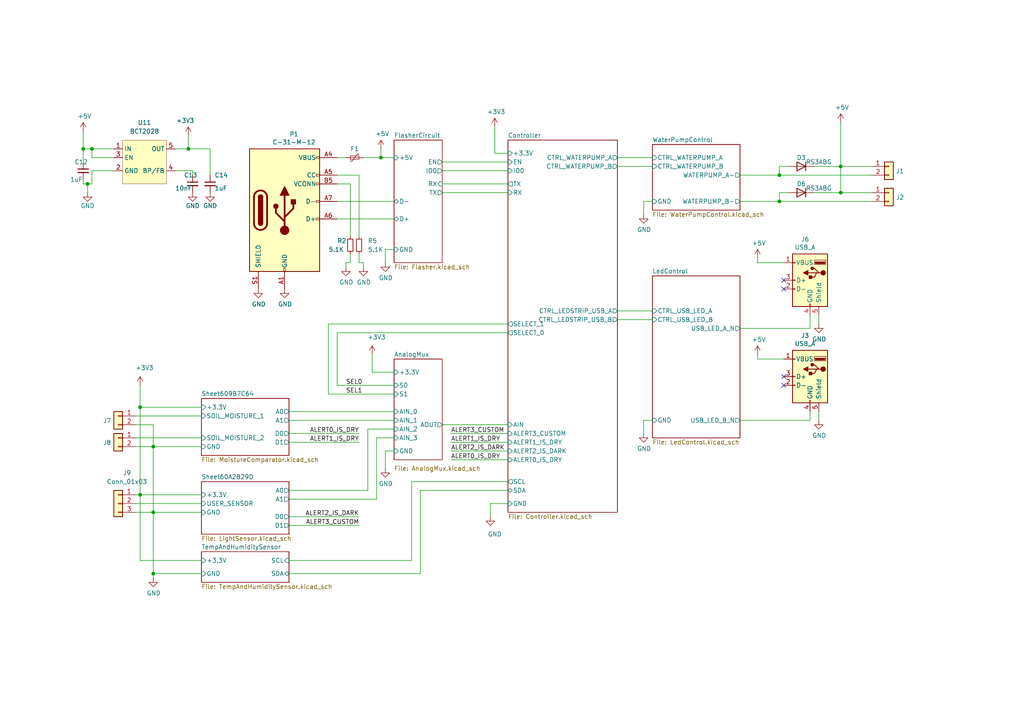
<source format=kicad_sch>
(kicad_sch (version 20210126) (generator eeschema)

  (paper "A4")

  (lib_symbols
    (symbol "Connector:USB_A" (pin_names (offset 1.016)) (in_bom yes) (on_board yes)
      (property "Reference" "J" (id 0) (at -5.08 11.43 0)
        (effects (font (size 1.27 1.27)) (justify left))
      )
      (property "Value" "USB_A" (id 1) (at -5.08 8.89 0)
        (effects (font (size 1.27 1.27)) (justify left))
      )
      (property "Footprint" "" (id 2) (at 3.81 -1.27 0)
        (effects (font (size 1.27 1.27)) hide)
      )
      (property "Datasheet" " ~" (id 3) (at 3.81 -1.27 0)
        (effects (font (size 1.27 1.27)) hide)
      )
      (property "ki_keywords" "connector USB" (id 4) (at 0 0 0)
        (effects (font (size 1.27 1.27)) hide)
      )
      (property "ki_description" "USB Type A connector" (id 5) (at 0 0 0)
        (effects (font (size 1.27 1.27)) hide)
      )
      (property "ki_fp_filters" "USB*" (id 6) (at 0 0 0)
        (effects (font (size 1.27 1.27)) hide)
      )
      (symbol "USB_A_0_1"
        (circle (center -3.81 2.159) (radius 0.635) (stroke (width 0.254)) (fill (type outline)))
        (circle (center -0.635 3.429) (radius 0.381) (stroke (width 0.254)) (fill (type outline)))
        (rectangle (start -5.08 -7.62) (end 5.08 7.62)
          (stroke (width 0.254)) (fill (type background))
        )
        (rectangle (start -1.524 4.826) (end -4.318 5.334)
          (stroke (width 0)) (fill (type outline))
        )
        (rectangle (start -1.27 4.572) (end -4.572 5.842)
          (stroke (width 0)) (fill (type none))
        )
        (rectangle (start -0.127 -7.62) (end 0.127 -6.858)
          (stroke (width 0)) (fill (type none))
        )
        (rectangle (start 0.254 1.27) (end -0.508 0.508)
          (stroke (width 0.254)) (fill (type outline))
        )
        (rectangle (start 5.08 -2.667) (end 4.318 -2.413)
          (stroke (width 0)) (fill (type none))
        )
        (rectangle (start 5.08 -0.127) (end 4.318 0.127)
          (stroke (width 0)) (fill (type none))
        )
        (rectangle (start 5.08 4.953) (end 4.318 5.207)
          (stroke (width 0)) (fill (type none))
        )
        (polyline
          (pts
            (xy -3.175 2.159)
            (xy -2.54 2.159)
            (xy -1.27 3.429)
            (xy -0.635 3.429)
          )
          (stroke (width 0.254)) (fill (type none))
        )
        (polyline
          (pts
            (xy -2.54 2.159)
            (xy -1.905 2.159)
            (xy -1.27 0.889)
            (xy 0 0.889)
          )
          (stroke (width 0.254)) (fill (type none))
        )
        (polyline
          (pts
            (xy 0.635 2.794)
            (xy 0.635 1.524)
            (xy 1.905 2.159)
            (xy 0.635 2.794)
          )
          (stroke (width 0.254)) (fill (type outline))
        )
      )
      (symbol "USB_A_1_1"
        (polyline
          (pts
            (xy -1.905 2.159)
            (xy 0.635 2.159)
          )
          (stroke (width 0.254)) (fill (type none))
        )
        (pin power_in line (at 7.62 5.08 180) (length 2.54)
          (name "VBUS" (effects (font (size 1.27 1.27))))
          (number "1" (effects (font (size 1.27 1.27))))
        )
        (pin bidirectional line (at 7.62 -2.54 180) (length 2.54)
          (name "D-" (effects (font (size 1.27 1.27))))
          (number "2" (effects (font (size 1.27 1.27))))
        )
        (pin bidirectional line (at 7.62 0 180) (length 2.54)
          (name "D+" (effects (font (size 1.27 1.27))))
          (number "3" (effects (font (size 1.27 1.27))))
        )
        (pin power_in line (at 0 -10.16 90) (length 2.54)
          (name "GND" (effects (font (size 1.27 1.27))))
          (number "4" (effects (font (size 1.27 1.27))))
        )
        (pin passive line (at -2.54 -10.16 90) (length 2.54)
          (name "Shield" (effects (font (size 1.27 1.27))))
          (number "5" (effects (font (size 1.27 1.27))))
        )
      )
    )
    (symbol "Connector:USB_C_Plug_USB2.0" (pin_names (offset 1.016)) (in_bom yes) (on_board yes)
      (property "Reference" "P" (id 0) (at -10.16 19.05 0)
        (effects (font (size 1.27 1.27)) (justify left))
      )
      (property "Value" "USB_C_Plug_USB2.0" (id 1) (at 12.7 19.05 0)
        (effects (font (size 1.27 1.27)) (justify right))
      )
      (property "Footprint" "" (id 2) (at 3.81 0 0)
        (effects (font (size 1.27 1.27)) hide)
      )
      (property "Datasheet" "https://www.usb.org/sites/default/files/documents/usb_type-c.zip" (id 3) (at 3.81 0 0)
        (effects (font (size 1.27 1.27)) hide)
      )
      (property "ki_keywords" "usb universal serial bus type-C USB2.0" (id 4) (at 0 0 0)
        (effects (font (size 1.27 1.27)) hide)
      )
      (property "ki_description" "USB 2.0-only Type-C Plug connector" (id 5) (at 0 0 0)
        (effects (font (size 1.27 1.27)) hide)
      )
      (property "ki_fp_filters" "USB*C*Plug*" (id 6) (at 0 0 0)
        (effects (font (size 1.27 1.27)) hide)
      )
      (symbol "USB_C_Plug_USB2.0_0_0"
        (rectangle (start -0.254 -17.78) (end 0.254 -16.764)
          (stroke (width 0)) (fill (type none))
        )
        (rectangle (start 10.16 -2.286) (end 9.144 -2.794)
          (stroke (width 0)) (fill (type none))
        )
        (rectangle (start 10.16 2.794) (end 9.144 2.286)
          (stroke (width 0)) (fill (type none))
        )
        (rectangle (start 10.16 7.874) (end 9.144 7.366)
          (stroke (width 0)) (fill (type none))
        )
        (rectangle (start 10.16 10.414) (end 9.144 9.906)
          (stroke (width 0)) (fill (type none))
        )
        (rectangle (start 10.16 15.494) (end 9.144 14.986)
          (stroke (width 0)) (fill (type none))
        )
      )
      (symbol "USB_C_Plug_USB2.0_0_1"
        (arc (start -8.89 -3.81) (end -5.08 -3.81) (radius (at -6.985 -3.81) (length 1.905) (angles -179.9 -0.1))
          (stroke (width 0.508)) (fill (type none))
        )
        (arc (start -7.62 -3.81) (end -6.35 -3.81) (radius (at -6.985 -3.81) (length 0.635) (angles -179.9 -0.1))
          (stroke (width 0.254)) (fill (type none))
        )
        (arc (start -7.62 -3.81) (end -6.35 -3.81) (radius (at -6.985 -3.81) (length 0.635) (angles -179.9 -0.1))
          (stroke (width 0.254)) (fill (type outline))
        )
        (arc (start -6.35 3.81) (end -7.62 3.81) (radius (at -6.985 3.81) (length 0.635) (angles 0.1 179.9))
          (stroke (width 0.254)) (fill (type outline))
        )
        (arc (start -6.35 3.81) (end -7.62 3.81) (radius (at -6.985 3.81) (length 0.635) (angles 0.1 179.9))
          (stroke (width 0.254)) (fill (type none))
        )
        (arc (start -5.08 3.81) (end -8.89 3.81) (radius (at -6.985 3.81) (length 1.905) (angles 0.1 179.9))
          (stroke (width 0.508)) (fill (type none))
        )
        (circle (center -2.54 1.143) (radius 0.635) (stroke (width 0.254)) (fill (type outline)))
        (circle (center 0 -5.842) (radius 1.27) (stroke (width 0)) (fill (type outline)))
        (rectangle (start -10.16 17.78) (end 10.16 -17.78)
          (stroke (width 0.254)) (fill (type background))
        )
        (rectangle (start -7.62 -3.81) (end -6.35 3.81)
          (stroke (width 0.254)) (fill (type outline))
        )
        (rectangle (start 1.905 1.778) (end 3.175 3.048)
          (stroke (width 0.254)) (fill (type outline))
        )
        (polyline
          (pts
            (xy -8.89 -3.81)
            (xy -8.89 3.81)
          )
          (stroke (width 0.508)) (fill (type none))
        )
        (polyline
          (pts
            (xy -5.08 3.81)
            (xy -5.08 -3.81)
          )
          (stroke (width 0.508)) (fill (type none))
        )
        (polyline
          (pts
            (xy 0 -5.842)
            (xy 0 4.318)
          )
          (stroke (width 0.508)) (fill (type none))
        )
        (polyline
          (pts
            (xy 0 -3.302)
            (xy -2.54 -0.762)
            (xy -2.54 0.508)
          )
          (stroke (width 0.508)) (fill (type none))
        )
        (polyline
          (pts
            (xy 0 -2.032)
            (xy 2.54 0.508)
            (xy 2.54 1.778)
          )
          (stroke (width 0.508)) (fill (type none))
        )
        (polyline
          (pts
            (xy -1.27 4.318)
            (xy 0 6.858)
            (xy 1.27 4.318)
            (xy -1.27 4.318)
          )
          (stroke (width 0.254)) (fill (type outline))
        )
      )
      (symbol "USB_C_Plug_USB2.0_1_1"
        (pin passive line (at 0 -22.86 90) (length 5.08)
          (name "GND" (effects (font (size 1.27 1.27))))
          (number "A1" (effects (font (size 1.27 1.27))))
        )
        (pin passive line (at 0 -22.86 90) (length 5.08) hide
          (name "GND" (effects (font (size 1.27 1.27))))
          (number "A12" (effects (font (size 1.27 1.27))))
        )
        (pin passive line (at 15.24 15.24 180) (length 5.08)
          (name "VBUS" (effects (font (size 1.27 1.27))))
          (number "A4" (effects (font (size 1.27 1.27))))
        )
        (pin bidirectional line (at 15.24 10.16 180) (length 5.08)
          (name "CC" (effects (font (size 1.27 1.27))))
          (number "A5" (effects (font (size 1.27 1.27))))
        )
        (pin bidirectional line (at 15.24 -2.54 180) (length 5.08)
          (name "D+" (effects (font (size 1.27 1.27))))
          (number "A6" (effects (font (size 1.27 1.27))))
        )
        (pin bidirectional line (at 15.24 2.54 180) (length 5.08)
          (name "D-" (effects (font (size 1.27 1.27))))
          (number "A7" (effects (font (size 1.27 1.27))))
        )
        (pin passive line (at 15.24 15.24 180) (length 5.08) hide
          (name "VBUS" (effects (font (size 1.27 1.27))))
          (number "A9" (effects (font (size 1.27 1.27))))
        )
        (pin passive line (at 0 -22.86 90) (length 5.08) hide
          (name "GND" (effects (font (size 1.27 1.27))))
          (number "B1" (effects (font (size 1.27 1.27))))
        )
        (pin passive line (at 0 -22.86 90) (length 5.08) hide
          (name "GND" (effects (font (size 1.27 1.27))))
          (number "B12" (effects (font (size 1.27 1.27))))
        )
        (pin passive line (at 15.24 15.24 180) (length 5.08) hide
          (name "VBUS" (effects (font (size 1.27 1.27))))
          (number "B4" (effects (font (size 1.27 1.27))))
        )
        (pin bidirectional line (at 15.24 7.62 180) (length 5.08)
          (name "VCONN" (effects (font (size 1.27 1.27))))
          (number "B5" (effects (font (size 1.27 1.27))))
        )
        (pin passive line (at 15.24 15.24 180) (length 5.08) hide
          (name "VBUS" (effects (font (size 1.27 1.27))))
          (number "B9" (effects (font (size 1.27 1.27))))
        )
        (pin passive line (at -7.62 -22.86 90) (length 5.08)
          (name "SHIELD" (effects (font (size 1.27 1.27))))
          (number "S1" (effects (font (size 1.27 1.27))))
        )
      )
    )
    (symbol "Connector_Generic:Conn_01x02" (pin_names (offset 1.016) hide) (in_bom yes) (on_board yes)
      (property "Reference" "J" (id 0) (at 0 2.54 0)
        (effects (font (size 1.27 1.27)))
      )
      (property "Value" "Conn_01x02" (id 1) (at 0 -5.08 0)
        (effects (font (size 1.27 1.27)))
      )
      (property "Footprint" "" (id 2) (at 0 0 0)
        (effects (font (size 1.27 1.27)) hide)
      )
      (property "Datasheet" "~" (id 3) (at 0 0 0)
        (effects (font (size 1.27 1.27)) hide)
      )
      (property "ki_keywords" "connector" (id 4) (at 0 0 0)
        (effects (font (size 1.27 1.27)) hide)
      )
      (property "ki_description" "Generic connector, single row, 01x02, script generated (kicad-library-utils/schlib/autogen/connector/)" (id 5) (at 0 0 0)
        (effects (font (size 1.27 1.27)) hide)
      )
      (property "ki_fp_filters" "Connector*:*_1x??_*" (id 6) (at 0 0 0)
        (effects (font (size 1.27 1.27)) hide)
      )
      (symbol "Conn_01x02_1_1"
        (rectangle (start -1.27 -2.413) (end 0 -2.667)
          (stroke (width 0.1524)) (fill (type none))
        )
        (rectangle (start -1.27 0.127) (end 0 -0.127)
          (stroke (width 0.1524)) (fill (type none))
        )
        (rectangle (start -1.27 1.27) (end 1.27 -3.81)
          (stroke (width 0.254)) (fill (type background))
        )
        (pin passive line (at -5.08 0 0) (length 3.81)
          (name "Pin_1" (effects (font (size 1.27 1.27))))
          (number "1" (effects (font (size 1.27 1.27))))
        )
        (pin passive line (at -5.08 -2.54 0) (length 3.81)
          (name "Pin_2" (effects (font (size 1.27 1.27))))
          (number "2" (effects (font (size 1.27 1.27))))
        )
      )
    )
    (symbol "Connector_Generic:Conn_01x03" (pin_names (offset 1.016) hide) (in_bom yes) (on_board yes)
      (property "Reference" "J" (id 0) (at 0 5.08 0)
        (effects (font (size 1.27 1.27)))
      )
      (property "Value" "Conn_01x03" (id 1) (at 0 -5.08 0)
        (effects (font (size 1.27 1.27)))
      )
      (property "Footprint" "" (id 2) (at 0 0 0)
        (effects (font (size 1.27 1.27)) hide)
      )
      (property "Datasheet" "~" (id 3) (at 0 0 0)
        (effects (font (size 1.27 1.27)) hide)
      )
      (property "ki_keywords" "connector" (id 4) (at 0 0 0)
        (effects (font (size 1.27 1.27)) hide)
      )
      (property "ki_description" "Generic connector, single row, 01x03, script generated (kicad-library-utils/schlib/autogen/connector/)" (id 5) (at 0 0 0)
        (effects (font (size 1.27 1.27)) hide)
      )
      (property "ki_fp_filters" "Connector*:*_1x??_*" (id 6) (at 0 0 0)
        (effects (font (size 1.27 1.27)) hide)
      )
      (symbol "Conn_01x03_1_1"
        (rectangle (start -1.27 -2.413) (end 0 -2.667)
          (stroke (width 0.1524)) (fill (type none))
        )
        (rectangle (start -1.27 2.667) (end 0 2.413)
          (stroke (width 0.1524)) (fill (type none))
        )
        (rectangle (start -1.27 3.81) (end 1.27 -3.81)
          (stroke (width 0.254)) (fill (type background))
        )
        (rectangle (start -1.27 0.127) (end 0 -0.127)
          (stroke (width 0.1524)) (fill (type none))
        )
        (pin passive line (at -5.08 2.54 0) (length 3.81)
          (name "Pin_1" (effects (font (size 1.27 1.27))))
          (number "1" (effects (font (size 1.27 1.27))))
        )
        (pin passive line (at -5.08 0 0) (length 3.81)
          (name "Pin_2" (effects (font (size 1.27 1.27))))
          (number "2" (effects (font (size 1.27 1.27))))
        )
        (pin passive line (at -5.08 -2.54 0) (length 3.81)
          (name "Pin_3" (effects (font (size 1.27 1.27))))
          (number "3" (effects (font (size 1.27 1.27))))
        )
      )
    )
    (symbol "Device:C_Small" (pin_numbers hide) (pin_names (offset 0.254) hide) (in_bom yes) (on_board yes)
      (property "Reference" "C" (id 0) (at 0.254 1.778 0)
        (effects (font (size 1.27 1.27)) (justify left))
      )
      (property "Value" "C_Small" (id 1) (at 0.254 -2.032 0)
        (effects (font (size 1.27 1.27)) (justify left))
      )
      (property "Footprint" "" (id 2) (at 0 0 0)
        (effects (font (size 1.27 1.27)) hide)
      )
      (property "Datasheet" "~" (id 3) (at 0 0 0)
        (effects (font (size 1.27 1.27)) hide)
      )
      (property "ki_keywords" "capacitor cap" (id 4) (at 0 0 0)
        (effects (font (size 1.27 1.27)) hide)
      )
      (property "ki_description" "Unpolarized capacitor, small symbol" (id 5) (at 0 0 0)
        (effects (font (size 1.27 1.27)) hide)
      )
      (property "ki_fp_filters" "C_*" (id 6) (at 0 0 0)
        (effects (font (size 1.27 1.27)) hide)
      )
      (symbol "C_Small_0_1"
        (polyline
          (pts
            (xy -1.524 -0.508)
            (xy 1.524 -0.508)
          )
          (stroke (width 0.3302)) (fill (type none))
        )
        (polyline
          (pts
            (xy -1.524 0.508)
            (xy 1.524 0.508)
          )
          (stroke (width 0.3048)) (fill (type none))
        )
      )
      (symbol "C_Small_1_1"
        (pin passive line (at 0 2.54 270) (length 2.032)
          (name "~" (effects (font (size 1.27 1.27))))
          (number "1" (effects (font (size 1.27 1.27))))
        )
        (pin passive line (at 0 -2.54 90) (length 2.032)
          (name "~" (effects (font (size 1.27 1.27))))
          (number "2" (effects (font (size 1.27 1.27))))
        )
      )
    )
    (symbol "Device:D" (pin_numbers hide) (pin_names (offset 1.016) hide) (in_bom yes) (on_board yes)
      (property "Reference" "D" (id 0) (at 0 2.54 0)
        (effects (font (size 1.27 1.27)))
      )
      (property "Value" "D" (id 1) (at 0 -2.54 0)
        (effects (font (size 1.27 1.27)))
      )
      (property "Footprint" "" (id 2) (at 0 0 0)
        (effects (font (size 1.27 1.27)) hide)
      )
      (property "Datasheet" "~" (id 3) (at 0 0 0)
        (effects (font (size 1.27 1.27)) hide)
      )
      (property "ki_keywords" "diode" (id 4) (at 0 0 0)
        (effects (font (size 1.27 1.27)) hide)
      )
      (property "ki_description" "Diode" (id 5) (at 0 0 0)
        (effects (font (size 1.27 1.27)) hide)
      )
      (property "ki_fp_filters" "TO-???* *_Diode_* *SingleDiode* D_*" (id 6) (at 0 0 0)
        (effects (font (size 1.27 1.27)) hide)
      )
      (symbol "D_0_1"
        (polyline
          (pts
            (xy -1.27 1.27)
            (xy -1.27 -1.27)
          )
          (stroke (width 0.254)) (fill (type none))
        )
        (polyline
          (pts
            (xy 1.27 0)
            (xy -1.27 0)
          )
          (stroke (width 0)) (fill (type none))
        )
        (polyline
          (pts
            (xy 1.27 1.27)
            (xy 1.27 -1.27)
            (xy -1.27 0)
            (xy 1.27 1.27)
          )
          (stroke (width 0.254)) (fill (type none))
        )
      )
      (symbol "D_1_1"
        (pin passive line (at -3.81 0 0) (length 2.54)
          (name "K" (effects (font (size 1.27 1.27))))
          (number "1" (effects (font (size 1.27 1.27))))
        )
        (pin passive line (at 3.81 0 180) (length 2.54)
          (name "A" (effects (font (size 1.27 1.27))))
          (number "2" (effects (font (size 1.27 1.27))))
        )
      )
    )
    (symbol "Device:Polyfuse_Small" (pin_numbers hide) (pin_names (offset 0)) (in_bom yes) (on_board yes)
      (property "Reference" "F" (id 0) (at -1.905 0 90)
        (effects (font (size 1.27 1.27)))
      )
      (property "Value" "Polyfuse_Small" (id 1) (at 1.905 0 90)
        (effects (font (size 1.27 1.27)))
      )
      (property "Footprint" "" (id 2) (at 1.27 -5.08 0)
        (effects (font (size 1.27 1.27)) (justify left) hide)
      )
      (property "Datasheet" "~" (id 3) (at 0 0 0)
        (effects (font (size 1.27 1.27)) hide)
      )
      (property "ki_keywords" "resettable fuse PTC PPTC polyfuse polyswitch" (id 4) (at 0 0 0)
        (effects (font (size 1.27 1.27)) hide)
      )
      (property "ki_description" "Resettable fuse, polymeric positive temperature coefficient, small symbol" (id 5) (at 0 0 0)
        (effects (font (size 1.27 1.27)) hide)
      )
      (property "ki_fp_filters" "*polyfuse* *PTC*" (id 6) (at 0 0 0)
        (effects (font (size 1.27 1.27)) hide)
      )
      (symbol "Polyfuse_Small_0_1"
        (rectangle (start -0.508 1.27) (end 0.508 -1.27)
          (stroke (width 0)) (fill (type none))
        )
        (polyline
          (pts
            (xy 0 2.54)
            (xy 0 -2.54)
          )
          (stroke (width 0)) (fill (type none))
        )
        (polyline
          (pts
            (xy -1.016 1.27)
            (xy -1.016 0.762)
            (xy 1.016 -0.762)
            (xy 1.016 -1.27)
          )
          (stroke (width 0)) (fill (type none))
        )
      )
      (symbol "Polyfuse_Small_1_1"
        (pin passive line (at 0 2.54 270) (length 0.635)
          (name "~" (effects (font (size 1.27 1.27))))
          (number "1" (effects (font (size 1.27 1.27))))
        )
        (pin passive line (at 0 -2.54 90) (length 0.635)
          (name "~" (effects (font (size 1.27 1.27))))
          (number "2" (effects (font (size 1.27 1.27))))
        )
      )
    )
    (symbol "Device:R_Small" (pin_numbers hide) (pin_names (offset 0.254) hide) (in_bom yes) (on_board yes)
      (property "Reference" "R" (id 0) (at 0.762 0.508 0)
        (effects (font (size 1.27 1.27)) (justify left))
      )
      (property "Value" "R_Small" (id 1) (at 0.762 -1.016 0)
        (effects (font (size 1.27 1.27)) (justify left))
      )
      (property "Footprint" "" (id 2) (at 0 0 0)
        (effects (font (size 1.27 1.27)) hide)
      )
      (property "Datasheet" "~" (id 3) (at 0 0 0)
        (effects (font (size 1.27 1.27)) hide)
      )
      (property "ki_keywords" "R resistor" (id 4) (at 0 0 0)
        (effects (font (size 1.27 1.27)) hide)
      )
      (property "ki_description" "Resistor, small symbol" (id 5) (at 0 0 0)
        (effects (font (size 1.27 1.27)) hide)
      )
      (property "ki_fp_filters" "R_*" (id 6) (at 0 0 0)
        (effects (font (size 1.27 1.27)) hide)
      )
      (symbol "R_Small_0_1"
        (rectangle (start -0.762 1.778) (end 0.762 -1.778)
          (stroke (width 0.2032)) (fill (type none))
        )
      )
      (symbol "R_Small_1_1"
        (pin passive line (at 0 2.54 270) (length 0.762)
          (name "~" (effects (font (size 1.27 1.27))))
          (number "1" (effects (font (size 1.27 1.27))))
        )
        (pin passive line (at 0 -2.54 90) (length 0.762)
          (name "~" (effects (font (size 1.27 1.27))))
          (number "2" (effects (font (size 1.27 1.27))))
        )
      )
    )
    (symbol "User_LDO:BCT2028" (in_bom yes) (on_board yes)
      (property "Reference" "U" (id 0) (at 3.81 6.35 0)
        (effects (font (size 1.27 1.27)))
      )
      (property "Value" "BCT2028" (id 1) (at -2.54 6.35 0)
        (effects (font (size 1.27 1.27)))
      )
      (property "Footprint" "Package_TO_SOT_SMD:SOT-23-5" (id 2) (at 0 8.89 0)
        (effects (font (size 1.27 1.27)) hide)
      )
      (property "Datasheet" "https://datasheet.lcsc.com/lcsc/1809211434_BROADCHIP-BCT2028EUK33-TR_C266766.pdf" (id 3) (at 0 6.35 0)
        (effects (font (size 1.27 1.27)) hide)
      )
      (symbol "BCT2028_0_1"
        (rectangle (start -6.35 5.08) (end 6.35 -7.62)
          (stroke (width 0.001)) (fill (type background))
        )
      )
      (symbol "BCT2028_1_1"
        (pin input line (at -8.89 2.54 0) (length 2.54)
          (name "IN" (effects (font (size 1.27 1.27))))
          (number "1" (effects (font (size 1.27 1.27))))
        )
        (pin input line (at -8.89 -3.81 0) (length 2.54)
          (name "GND" (effects (font (size 1.27 1.27))))
          (number "2" (effects (font (size 1.27 1.27))))
        )
        (pin input line (at -8.89 0 0) (length 2.54)
          (name "EN" (effects (font (size 1.27 1.27))))
          (number "3" (effects (font (size 1.27 1.27))))
        )
        (pin input line (at 8.89 -3.81 180) (length 2.54)
          (name "BP/FB" (effects (font (size 1.27 1.27))))
          (number "4" (effects (font (size 1.27 1.27))))
        )
        (pin input line (at 8.89 2.54 180) (length 2.54)
          (name "OUT" (effects (font (size 1.27 1.27))))
          (number "5" (effects (font (size 1.27 1.27))))
        )
      )
    )
    (symbol "power:+3.3V" (power) (pin_names (offset 0)) (in_bom yes) (on_board yes)
      (property "Reference" "#PWR" (id 0) (at 0 -3.81 0)
        (effects (font (size 1.27 1.27)) hide)
      )
      (property "Value" "+3.3V" (id 1) (at 0 3.556 0)
        (effects (font (size 1.27 1.27)))
      )
      (property "Footprint" "" (id 2) (at 0 0 0)
        (effects (font (size 1.27 1.27)) hide)
      )
      (property "Datasheet" "" (id 3) (at 0 0 0)
        (effects (font (size 1.27 1.27)) hide)
      )
      (property "ki_keywords" "power-flag" (id 4) (at 0 0 0)
        (effects (font (size 1.27 1.27)) hide)
      )
      (property "ki_description" "Power symbol creates a global label with name \"+3.3V\"" (id 5) (at 0 0 0)
        (effects (font (size 1.27 1.27)) hide)
      )
      (symbol "+3.3V_0_1"
        (polyline
          (pts
            (xy -0.762 1.27)
            (xy 0 2.54)
          )
          (stroke (width 0)) (fill (type none))
        )
        (polyline
          (pts
            (xy 0 0)
            (xy 0 2.54)
          )
          (stroke (width 0)) (fill (type none))
        )
        (polyline
          (pts
            (xy 0 2.54)
            (xy 0.762 1.27)
          )
          (stroke (width 0)) (fill (type none))
        )
      )
      (symbol "+3.3V_1_1"
        (pin power_in line (at 0 0 90) (length 0) hide
          (name "+3V3" (effects (font (size 1.27 1.27))))
          (number "1" (effects (font (size 1.27 1.27))))
        )
      )
    )
    (symbol "power:+5V" (power) (pin_names (offset 0)) (in_bom yes) (on_board yes)
      (property "Reference" "#PWR" (id 0) (at 0 -3.81 0)
        (effects (font (size 1.27 1.27)) hide)
      )
      (property "Value" "+5V" (id 1) (at 0 3.556 0)
        (effects (font (size 1.27 1.27)))
      )
      (property "Footprint" "" (id 2) (at 0 0 0)
        (effects (font (size 1.27 1.27)) hide)
      )
      (property "Datasheet" "" (id 3) (at 0 0 0)
        (effects (font (size 1.27 1.27)) hide)
      )
      (property "ki_keywords" "power-flag" (id 4) (at 0 0 0)
        (effects (font (size 1.27 1.27)) hide)
      )
      (property "ki_description" "Power symbol creates a global label with name \"+5V\"" (id 5) (at 0 0 0)
        (effects (font (size 1.27 1.27)) hide)
      )
      (symbol "+5V_0_1"
        (polyline
          (pts
            (xy -0.762 1.27)
            (xy 0 2.54)
          )
          (stroke (width 0)) (fill (type none))
        )
        (polyline
          (pts
            (xy 0 0)
            (xy 0 2.54)
          )
          (stroke (width 0)) (fill (type none))
        )
        (polyline
          (pts
            (xy 0 2.54)
            (xy 0.762 1.27)
          )
          (stroke (width 0)) (fill (type none))
        )
      )
      (symbol "+5V_1_1"
        (pin power_in line (at 0 0 90) (length 0) hide
          (name "+5V" (effects (font (size 1.27 1.27))))
          (number "1" (effects (font (size 1.27 1.27))))
        )
      )
    )
    (symbol "power:GND" (power) (pin_names (offset 0)) (in_bom yes) (on_board yes)
      (property "Reference" "#PWR" (id 0) (at 0 -6.35 0)
        (effects (font (size 1.27 1.27)) hide)
      )
      (property "Value" "GND" (id 1) (at 0 -3.81 0)
        (effects (font (size 1.27 1.27)))
      )
      (property "Footprint" "" (id 2) (at 0 0 0)
        (effects (font (size 1.27 1.27)) hide)
      )
      (property "Datasheet" "" (id 3) (at 0 0 0)
        (effects (font (size 1.27 1.27)) hide)
      )
      (property "ki_keywords" "power-flag" (id 4) (at 0 0 0)
        (effects (font (size 1.27 1.27)) hide)
      )
      (property "ki_description" "Power symbol creates a global label with name \"GND\" , ground" (id 5) (at 0 0 0)
        (effects (font (size 1.27 1.27)) hide)
      )
      (symbol "GND_0_1"
        (polyline
          (pts
            (xy 0 0)
            (xy 0 -1.27)
            (xy 1.27 -1.27)
            (xy 0 -2.54)
            (xy -1.27 -1.27)
            (xy 0 -1.27)
          )
          (stroke (width 0)) (fill (type none))
        )
      )
      (symbol "GND_1_1"
        (pin power_in line (at 0 0 270) (length 0) hide
          (name "GND" (effects (font (size 1.27 1.27))))
          (number "1" (effects (font (size 1.27 1.27))))
        )
      )
    )
  )


  (junction (at 24.13 43.18) (diameter 0.9144) (color 0 0 0 0))
  (junction (at 25.4 53.34) (diameter 0.9144) (color 0 0 0 0))
  (junction (at 26.67 43.18) (diameter 0.9144) (color 0 0 0 0))
  (junction (at 40.64 118.11) (diameter 0.9144) (color 0 0 0 0))
  (junction (at 40.64 143.51) (diameter 0.9144) (color 0 0 0 0))
  (junction (at 44.45 129.54) (diameter 0.9144) (color 0 0 0 0))
  (junction (at 44.45 148.59) (diameter 0.9144) (color 0 0 0 0))
  (junction (at 44.45 166.37) (diameter 0.9144) (color 0 0 0 0))
  (junction (at 54.61 43.18) (diameter 0.9144) (color 0 0 0 0))
  (junction (at 110.49 45.72) (diameter 0.9144) (color 0 0 0 0))
  (junction (at 226.06 50.8) (diameter 0.9144) (color 0 0 0 0))
  (junction (at 226.06 58.42) (diameter 0.9144) (color 0 0 0 0))
  (junction (at 243.84 48.26) (diameter 0.9144) (color 0 0 0 0))
  (junction (at 243.84 55.88) (diameter 0.9144) (color 0 0 0 0))

  (no_connect (at 227.33 81.28) (uuid e7358421-40d3-456d-98b7-363543492e15))
  (no_connect (at 227.33 83.82) (uuid e7358421-40d3-456d-98b7-363543492e15))
  (no_connect (at 227.33 109.22) (uuid e7358421-40d3-456d-98b7-363543492e15))
  (no_connect (at 227.33 111.76) (uuid e7358421-40d3-456d-98b7-363543492e15))

  (wire (pts (xy 24.13 38.1) (xy 24.13 43.18))
    (stroke (width 0) (type solid) (color 0 0 0 0))
    (uuid 5ee8f708-0773-4bc8-a889-d9b7e84991c5)
  )
  (wire (pts (xy 24.13 43.18) (xy 26.67 43.18))
    (stroke (width 0) (type solid) (color 0 0 0 0))
    (uuid e8cec215-6e3c-4c38-9f41-1da05099f8b9)
  )
  (wire (pts (xy 24.13 46.99) (xy 24.13 43.18))
    (stroke (width 0) (type solid) (color 0 0 0 0))
    (uuid e8cec215-6e3c-4c38-9f41-1da05099f8b9)
  )
  (wire (pts (xy 24.13 52.07) (xy 24.13 53.34))
    (stroke (width 0) (type solid) (color 0 0 0 0))
    (uuid ae2970ca-ea91-4aa6-afaf-1db90d4ccbfb)
  )
  (wire (pts (xy 24.13 53.34) (xy 25.4 53.34))
    (stroke (width 0) (type solid) (color 0 0 0 0))
    (uuid ae2970ca-ea91-4aa6-afaf-1db90d4ccbfb)
  )
  (wire (pts (xy 25.4 53.34) (xy 25.4 55.88))
    (stroke (width 0) (type solid) (color 0 0 0 0))
    (uuid ae2970ca-ea91-4aa6-afaf-1db90d4ccbfb)
  )
  (wire (pts (xy 25.4 53.34) (xy 26.67 53.34))
    (stroke (width 0) (type solid) (color 0 0 0 0))
    (uuid 19f4f6eb-6c5b-4cbe-a19a-8860d3e79204)
  )
  (wire (pts (xy 26.67 43.18) (xy 26.67 45.72))
    (stroke (width 0) (type solid) (color 0 0 0 0))
    (uuid 39098e14-b940-4d48-b08a-9d30a3aa981a)
  )
  (wire (pts (xy 26.67 49.53) (xy 26.67 53.34))
    (stroke (width 0) (type solid) (color 0 0 0 0))
    (uuid b7598d07-b6ad-4279-bc08-916e413dd23c)
  )
  (wire (pts (xy 33.02 43.18) (xy 26.67 43.18))
    (stroke (width 0) (type solid) (color 0 0 0 0))
    (uuid 4fb85f5d-e2c5-44f5-a0da-63173285705b)
  )
  (wire (pts (xy 33.02 45.72) (xy 26.67 45.72))
    (stroke (width 0) (type solid) (color 0 0 0 0))
    (uuid 39098e14-b940-4d48-b08a-9d30a3aa981a)
  )
  (wire (pts (xy 33.02 49.53) (xy 26.67 49.53))
    (stroke (width 0) (type solid) (color 0 0 0 0))
    (uuid b7598d07-b6ad-4279-bc08-916e413dd23c)
  )
  (wire (pts (xy 39.37 120.65) (xy 58.42 120.65))
    (stroke (width 0) (type solid) (color 0 0 0 0))
    (uuid 97baa3c1-9792-4d1c-9648-cb9ac8e8ae2a)
  )
  (wire (pts (xy 39.37 123.19) (xy 44.45 123.19))
    (stroke (width 0) (type solid) (color 0 0 0 0))
    (uuid 7b66c19f-324a-48d5-9eb5-b40eecd8c5ec)
  )
  (wire (pts (xy 39.37 127) (xy 58.42 127))
    (stroke (width 0) (type solid) (color 0 0 0 0))
    (uuid 6697a1ca-ee16-47fb-9464-a54da051f467)
  )
  (wire (pts (xy 39.37 129.54) (xy 44.45 129.54))
    (stroke (width 0) (type solid) (color 0 0 0 0))
    (uuid 44282bf1-ee7a-4fa8-bd5c-158521dc0506)
  )
  (wire (pts (xy 39.37 146.05) (xy 58.42 146.05))
    (stroke (width 0) (type solid) (color 0 0 0 0))
    (uuid 8c291b9b-1f86-4064-9207-a4eeed271105)
  )
  (wire (pts (xy 39.37 148.59) (xy 44.45 148.59))
    (stroke (width 0) (type solid) (color 0 0 0 0))
    (uuid 55af863e-2aef-4664-81a8-86b118cc6412)
  )
  (wire (pts (xy 40.64 111.76) (xy 40.64 118.11))
    (stroke (width 0) (type solid) (color 0 0 0 0))
    (uuid 91acf0a1-9c31-422a-ba26-8f2068f4d050)
  )
  (wire (pts (xy 40.64 118.11) (xy 40.64 143.51))
    (stroke (width 0) (type solid) (color 0 0 0 0))
    (uuid d70e89ba-7063-4e3c-a342-a9422fbcc8f5)
  )
  (wire (pts (xy 40.64 118.11) (xy 58.42 118.11))
    (stroke (width 0) (type solid) (color 0 0 0 0))
    (uuid ed677cc0-27df-433e-a05a-c6c810db1840)
  )
  (wire (pts (xy 40.64 143.51) (xy 39.37 143.51))
    (stroke (width 0) (type solid) (color 0 0 0 0))
    (uuid d70e89ba-7063-4e3c-a342-a9422fbcc8f5)
  )
  (wire (pts (xy 40.64 143.51) (xy 40.64 162.56))
    (stroke (width 0) (type solid) (color 0 0 0 0))
    (uuid 2c026b2f-3472-4fea-b2e3-efc7fbe05fc0)
  )
  (wire (pts (xy 40.64 162.56) (xy 58.42 162.56))
    (stroke (width 0) (type solid) (color 0 0 0 0))
    (uuid e018e86e-73fb-40c3-9691-8ba3dad42eb6)
  )
  (wire (pts (xy 44.45 123.19) (xy 44.45 129.54))
    (stroke (width 0) (type solid) (color 0 0 0 0))
    (uuid 880e92e9-1a95-4a37-8dd9-4f4d4d345566)
  )
  (wire (pts (xy 44.45 129.54) (xy 44.45 148.59))
    (stroke (width 0) (type solid) (color 0 0 0 0))
    (uuid 880e92e9-1a95-4a37-8dd9-4f4d4d345566)
  )
  (wire (pts (xy 44.45 129.54) (xy 58.42 129.54))
    (stroke (width 0) (type solid) (color 0 0 0 0))
    (uuid 44282bf1-ee7a-4fa8-bd5c-158521dc0506)
  )
  (wire (pts (xy 44.45 148.59) (xy 44.45 166.37))
    (stroke (width 0) (type solid) (color 0 0 0 0))
    (uuid 36d681c1-9e8b-4d45-a9bb-0272f7ae42eb)
  )
  (wire (pts (xy 44.45 166.37) (xy 44.45 167.64))
    (stroke (width 0) (type solid) (color 0 0 0 0))
    (uuid 4ccdd48f-5b8d-4da1-9351-6f12e3ab350c)
  )
  (wire (pts (xy 44.45 166.37) (xy 58.42 166.37))
    (stroke (width 0) (type solid) (color 0 0 0 0))
    (uuid 943868f4-d82f-4eb0-90f0-a631ac00029f)
  )
  (wire (pts (xy 50.8 43.18) (xy 54.61 43.18))
    (stroke (width 0) (type solid) (color 0 0 0 0))
    (uuid 214f2992-ec3a-4805-b48e-d78066361122)
  )
  (wire (pts (xy 50.8 49.53) (xy 55.88 49.53))
    (stroke (width 0) (type solid) (color 0 0 0 0))
    (uuid a4489cd1-f478-405f-9f17-5228f746a4f7)
  )
  (wire (pts (xy 54.61 39.37) (xy 54.61 43.18))
    (stroke (width 0) (type solid) (color 0 0 0 0))
    (uuid f30e76ee-9fe1-4029-9ba2-26710c72ccd4)
  )
  (wire (pts (xy 54.61 43.18) (xy 60.96 43.18))
    (stroke (width 0) (type solid) (color 0 0 0 0))
    (uuid a381353c-baac-4c4b-a3ff-63ac66726cd4)
  )
  (wire (pts (xy 55.88 49.53) (xy 55.88 50.8))
    (stroke (width 0) (type solid) (color 0 0 0 0))
    (uuid a4489cd1-f478-405f-9f17-5228f746a4f7)
  )
  (wire (pts (xy 58.42 143.51) (xy 40.64 143.51))
    (stroke (width 0) (type solid) (color 0 0 0 0))
    (uuid d70e89ba-7063-4e3c-a342-a9422fbcc8f5)
  )
  (wire (pts (xy 58.42 148.59) (xy 44.45 148.59))
    (stroke (width 0) (type solid) (color 0 0 0 0))
    (uuid 58cb1b25-e3b5-46b5-802f-f4d93c630fe0)
  )
  (wire (pts (xy 60.96 43.18) (xy 60.96 50.8))
    (stroke (width 0) (type solid) (color 0 0 0 0))
    (uuid a381353c-baac-4c4b-a3ff-63ac66726cd4)
  )
  (wire (pts (xy 83.82 119.38) (xy 114.3 119.38))
    (stroke (width 0) (type solid) (color 0 0 0 0))
    (uuid f7433406-519f-409a-80dd-584915a5810a)
  )
  (wire (pts (xy 83.82 121.92) (xy 114.3 121.92))
    (stroke (width 0) (type solid) (color 0 0 0 0))
    (uuid 568d33cd-751e-4336-9048-1f419e8615c2)
  )
  (wire (pts (xy 83.82 125.73) (xy 104.14 125.73))
    (stroke (width 0) (type solid) (color 0 0 0 0))
    (uuid 318376d1-5c63-4b16-ab35-ba94ff6eea88)
  )
  (wire (pts (xy 83.82 128.27) (xy 104.14 128.27))
    (stroke (width 0) (type solid) (color 0 0 0 0))
    (uuid ee8ca963-5c4b-45a1-881c-40cee54df66b)
  )
  (wire (pts (xy 83.82 142.24) (xy 106.68 142.24))
    (stroke (width 0) (type solid) (color 0 0 0 0))
    (uuid 0708bd0f-a043-4a41-9454-c33d1ecf32d8)
  )
  (wire (pts (xy 83.82 144.78) (xy 109.22 144.78))
    (stroke (width 0) (type solid) (color 0 0 0 0))
    (uuid e43e16f1-12fb-4f65-b27b-9c06f7b55c33)
  )
  (wire (pts (xy 83.82 149.86) (xy 104.14 149.86))
    (stroke (width 0) (type solid) (color 0 0 0 0))
    (uuid 03a2782e-f613-4adf-bcf7-ed4eb507a206)
  )
  (wire (pts (xy 83.82 152.4) (xy 104.14 152.4))
    (stroke (width 0) (type solid) (color 0 0 0 0))
    (uuid 23463ce7-8dc6-43be-b20d-de652faf640d)
  )
  (wire (pts (xy 83.82 162.56) (xy 119.38 162.56))
    (stroke (width 0) (type solid) (color 0 0 0 0))
    (uuid 42a862db-23a4-4146-9d23-4040e8138a4b)
  )
  (wire (pts (xy 83.82 166.37) (xy 121.92 166.37))
    (stroke (width 0) (type solid) (color 0 0 0 0))
    (uuid c51f5167-1dc8-4ce9-bdd2-27205633a6bc)
  )
  (wire (pts (xy 95.25 93.98) (xy 95.25 114.3))
    (stroke (width 0) (type solid) (color 0 0 0 0))
    (uuid 801895ef-c05c-444a-9f60-83912fb68ef5)
  )
  (wire (pts (xy 95.25 93.98) (xy 147.32 93.98))
    (stroke (width 0) (type solid) (color 0 0 0 0))
    (uuid 6bd472af-0b6a-43c2-aaed-1f949320cec6)
  )
  (wire (pts (xy 95.25 114.3) (xy 114.3 114.3))
    (stroke (width 0) (type solid) (color 0 0 0 0))
    (uuid 4d8fabc6-7c0d-43e3-b74c-27da35f1f6ab)
  )
  (wire (pts (xy 97.79 45.72) (xy 100.33 45.72))
    (stroke (width 0) (type solid) (color 0 0 0 0))
    (uuid 3fe74c05-f547-4cca-81ae-2ac486f6bcf9)
  )
  (wire (pts (xy 97.79 58.42) (xy 114.3 58.42))
    (stroke (width 0) (type solid) (color 0 0 0 0))
    (uuid 219698ff-6917-4f75-9724-e1c544415938)
  )
  (wire (pts (xy 97.79 63.5) (xy 114.3 63.5))
    (stroke (width 0) (type solid) (color 0 0 0 0))
    (uuid 74984577-fa6e-4bea-a739-97f08b30c1d9)
  )
  (wire (pts (xy 97.79 96.52) (xy 147.32 96.52))
    (stroke (width 0) (type solid) (color 0 0 0 0))
    (uuid 7d8c2d12-0b65-48d5-b0c3-69cb3f7dbfd0)
  )
  (wire (pts (xy 97.79 111.76) (xy 97.79 96.52))
    (stroke (width 0) (type solid) (color 0 0 0 0))
    (uuid 087d8734-f7ad-4255-a5ba-d4e5bafa1f95)
  )
  (wire (pts (xy 97.79 111.76) (xy 114.3 111.76))
    (stroke (width 0) (type solid) (color 0 0 0 0))
    (uuid 5d5dda18-89aa-4ecf-84d2-3521f0bae10e)
  )
  (wire (pts (xy 100.33 76.2) (xy 100.33 77.47))
    (stroke (width 0) (type solid) (color 0 0 0 0))
    (uuid 13c3f308-a505-4508-b094-17bb1d4f8c0d)
  )
  (wire (pts (xy 101.6 53.34) (xy 97.79 53.34))
    (stroke (width 0) (type solid) (color 0 0 0 0))
    (uuid 0b4c1646-e142-4590-a7c6-650a21353cda)
  )
  (wire (pts (xy 101.6 68.58) (xy 101.6 53.34))
    (stroke (width 0) (type solid) (color 0 0 0 0))
    (uuid 0b4c1646-e142-4590-a7c6-650a21353cda)
  )
  (wire (pts (xy 101.6 73.66) (xy 101.6 76.2))
    (stroke (width 0) (type solid) (color 0 0 0 0))
    (uuid 13c3f308-a505-4508-b094-17bb1d4f8c0d)
  )
  (wire (pts (xy 101.6 76.2) (xy 100.33 76.2))
    (stroke (width 0) (type solid) (color 0 0 0 0))
    (uuid 13c3f308-a505-4508-b094-17bb1d4f8c0d)
  )
  (wire (pts (xy 104.14 50.8) (xy 97.79 50.8))
    (stroke (width 0) (type solid) (color 0 0 0 0))
    (uuid 6d602695-42be-4084-ab8b-68bf595e9a21)
  )
  (wire (pts (xy 104.14 68.58) (xy 104.14 50.8))
    (stroke (width 0) (type solid) (color 0 0 0 0))
    (uuid 6d602695-42be-4084-ab8b-68bf595e9a21)
  )
  (wire (pts (xy 104.14 73.66) (xy 104.14 76.2))
    (stroke (width 0) (type solid) (color 0 0 0 0))
    (uuid 4924ca8d-1f52-4e83-95f3-2818db3d97bb)
  )
  (wire (pts (xy 105.41 45.72) (xy 110.49 45.72))
    (stroke (width 0) (type solid) (color 0 0 0 0))
    (uuid 59ce7cb5-94be-4946-b9da-36cccff6640a)
  )
  (wire (pts (xy 105.41 76.2) (xy 104.14 76.2))
    (stroke (width 0) (type solid) (color 0 0 0 0))
    (uuid 4924ca8d-1f52-4e83-95f3-2818db3d97bb)
  )
  (wire (pts (xy 105.41 77.47) (xy 105.41 76.2))
    (stroke (width 0) (type solid) (color 0 0 0 0))
    (uuid 4924ca8d-1f52-4e83-95f3-2818db3d97bb)
  )
  (wire (pts (xy 106.68 124.46) (xy 114.3 124.46))
    (stroke (width 0) (type solid) (color 0 0 0 0))
    (uuid 586ef267-bcb9-4221-9376-e1da1171e160)
  )
  (wire (pts (xy 106.68 142.24) (xy 106.68 124.46))
    (stroke (width 0) (type solid) (color 0 0 0 0))
    (uuid e19f03a1-23cd-4d17-bb7b-832fcd9594cb)
  )
  (wire (pts (xy 107.95 102.87) (xy 107.95 107.95))
    (stroke (width 0) (type solid) (color 0 0 0 0))
    (uuid 39f64626-2c5a-441f-b05f-38c4bb619da2)
  )
  (wire (pts (xy 107.95 107.95) (xy 114.3 107.95))
    (stroke (width 0) (type solid) (color 0 0 0 0))
    (uuid 39f64626-2c5a-441f-b05f-38c4bb619da2)
  )
  (wire (pts (xy 109.22 127) (xy 109.22 144.78))
    (stroke (width 0) (type solid) (color 0 0 0 0))
    (uuid 9b0e9400-f0a5-42c7-b4a9-40ce2a85a7d7)
  )
  (wire (pts (xy 109.22 127) (xy 114.3 127))
    (stroke (width 0) (type solid) (color 0 0 0 0))
    (uuid 786e13c3-69c8-4d31-8e62-c7e5b0af1961)
  )
  (wire (pts (xy 110.49 43.18) (xy 110.49 45.72))
    (stroke (width 0) (type solid) (color 0 0 0 0))
    (uuid 532d1e78-fe13-41c7-9d3b-84126e9c6783)
  )
  (wire (pts (xy 110.49 45.72) (xy 114.3 45.72))
    (stroke (width 0) (type solid) (color 0 0 0 0))
    (uuid 59ce7cb5-94be-4946-b9da-36cccff6640a)
  )
  (wire (pts (xy 111.76 72.39) (xy 111.76 76.2))
    (stroke (width 0) (type solid) (color 0 0 0 0))
    (uuid 9f76d799-aae9-401f-9795-b2663a863826)
  )
  (wire (pts (xy 111.76 130.81) (xy 111.76 135.89))
    (stroke (width 0) (type solid) (color 0 0 0 0))
    (uuid 4d2b93bd-6140-4328-af95-c9b25f720b32)
  )
  (wire (pts (xy 114.3 72.39) (xy 111.76 72.39))
    (stroke (width 0) (type solid) (color 0 0 0 0))
    (uuid 1a8a9de7-bb8b-4648-8973-b25e7cdf6424)
  )
  (wire (pts (xy 114.3 130.81) (xy 111.76 130.81))
    (stroke (width 0) (type solid) (color 0 0 0 0))
    (uuid 8d626b7f-c339-4f82-88d5-ebd17241cfad)
  )
  (wire (pts (xy 119.38 139.7) (xy 147.32 139.7))
    (stroke (width 0) (type solid) (color 0 0 0 0))
    (uuid 42a862db-23a4-4146-9d23-4040e8138a4b)
  )
  (wire (pts (xy 119.38 162.56) (xy 119.38 139.7))
    (stroke (width 0) (type solid) (color 0 0 0 0))
    (uuid 42a862db-23a4-4146-9d23-4040e8138a4b)
  )
  (wire (pts (xy 121.92 142.24) (xy 147.32 142.24))
    (stroke (width 0) (type solid) (color 0 0 0 0))
    (uuid c51f5167-1dc8-4ce9-bdd2-27205633a6bc)
  )
  (wire (pts (xy 121.92 166.37) (xy 121.92 142.24))
    (stroke (width 0) (type solid) (color 0 0 0 0))
    (uuid c51f5167-1dc8-4ce9-bdd2-27205633a6bc)
  )
  (wire (pts (xy 128.27 46.99) (xy 147.32 46.99))
    (stroke (width 0) (type solid) (color 0 0 0 0))
    (uuid bb9a3a73-b566-486a-be7f-561e007a7e12)
  )
  (wire (pts (xy 128.27 49.53) (xy 147.32 49.53))
    (stroke (width 0) (type solid) (color 0 0 0 0))
    (uuid bd6cff63-8bd6-4377-a4ed-0497dc2a16c3)
  )
  (wire (pts (xy 128.27 55.88) (xy 147.32 55.88))
    (stroke (width 0) (type solid) (color 0 0 0 0))
    (uuid 2de73412-1034-4fd8-9d58-2c1846a35f45)
  )
  (wire (pts (xy 128.27 123.19) (xy 147.32 123.19))
    (stroke (width 0) (type solid) (color 0 0 0 0))
    (uuid fa5edf8b-1362-4618-b1fe-eab5d4c016f0)
  )
  (wire (pts (xy 130.81 125.73) (xy 147.32 125.73))
    (stroke (width 0) (type solid) (color 0 0 0 0))
    (uuid c654d550-6b47-474a-b006-4e02d90cd707)
  )
  (wire (pts (xy 130.81 128.27) (xy 147.32 128.27))
    (stroke (width 0) (type solid) (color 0 0 0 0))
    (uuid 6f25fc4b-470a-4131-aee9-789fab1d51db)
  )
  (wire (pts (xy 130.81 130.81) (xy 147.32 130.81))
    (stroke (width 0) (type solid) (color 0 0 0 0))
    (uuid fa158196-a52d-4f09-b768-e4035f460eaf)
  )
  (wire (pts (xy 130.81 133.35) (xy 147.32 133.35))
    (stroke (width 0) (type solid) (color 0 0 0 0))
    (uuid 43401a5a-f37b-4e95-bcbc-402f7b3d4369)
  )
  (wire (pts (xy 142.24 146.05) (xy 142.24 149.86))
    (stroke (width 0) (type solid) (color 0 0 0 0))
    (uuid 404d3e1a-c2b8-4186-9222-bc54f1b74093)
  )
  (wire (pts (xy 143.51 36.83) (xy 143.51 44.45))
    (stroke (width 0) (type solid) (color 0 0 0 0))
    (uuid 0ddb14a2-765c-4ff1-a835-06f4ef000620)
  )
  (wire (pts (xy 143.51 44.45) (xy 147.32 44.45))
    (stroke (width 0) (type solid) (color 0 0 0 0))
    (uuid e237d3a6-4a80-4568-9c78-5c895da8911f)
  )
  (wire (pts (xy 147.32 53.34) (xy 128.27 53.34))
    (stroke (width 0) (type solid) (color 0 0 0 0))
    (uuid 68965d86-99d0-4950-9cfc-5e2a3ec7ee98)
  )
  (wire (pts (xy 147.32 146.05) (xy 142.24 146.05))
    (stroke (width 0) (type solid) (color 0 0 0 0))
    (uuid 404d3e1a-c2b8-4186-9222-bc54f1b74093)
  )
  (wire (pts (xy 179.07 45.72) (xy 189.23 45.72))
    (stroke (width 0) (type solid) (color 0 0 0 0))
    (uuid 9d1c7e1f-0775-4be4-afc1-d7745c7fec66)
  )
  (wire (pts (xy 179.07 90.17) (xy 189.23 90.17))
    (stroke (width 0) (type solid) (color 0 0 0 0))
    (uuid 24886126-bb12-4ff1-a4bb-d68a3a4c6ea5)
  )
  (wire (pts (xy 186.69 58.42) (xy 189.23 58.42))
    (stroke (width 0) (type solid) (color 0 0 0 0))
    (uuid 435089e4-ef93-40ce-99fe-5604caa5e5e1)
  )
  (wire (pts (xy 186.69 62.23) (xy 186.69 58.42))
    (stroke (width 0) (type solid) (color 0 0 0 0))
    (uuid 2c77c202-f805-44d5-a069-87093f041858)
  )
  (wire (pts (xy 186.69 121.92) (xy 186.69 125.73))
    (stroke (width 0) (type solid) (color 0 0 0 0))
    (uuid 4d91fd1d-6f0c-4478-af30-d0a8703653ab)
  )
  (wire (pts (xy 189.23 48.26) (xy 179.07 48.26))
    (stroke (width 0) (type solid) (color 0 0 0 0))
    (uuid 786b20b8-1f2d-46c0-a4cb-72920542f552)
  )
  (wire (pts (xy 189.23 92.71) (xy 179.07 92.71))
    (stroke (width 0) (type solid) (color 0 0 0 0))
    (uuid 2a85bd84-6bed-4632-b230-e003666f3ab2)
  )
  (wire (pts (xy 189.23 121.92) (xy 186.69 121.92))
    (stroke (width 0) (type solid) (color 0 0 0 0))
    (uuid 9e9172a4-d47a-4f48-a32f-94a2bba20dd5)
  )
  (wire (pts (xy 214.63 50.8) (xy 226.06 50.8))
    (stroke (width 0) (type solid) (color 0 0 0 0))
    (uuid c5d3f754-ad90-404b-bfee-848841694a88)
  )
  (wire (pts (xy 214.63 58.42) (xy 226.06 58.42))
    (stroke (width 0) (type solid) (color 0 0 0 0))
    (uuid 2acd4764-4c6a-48bf-b2c1-c1dc4d3ef51f)
  )
  (wire (pts (xy 214.63 95.25) (xy 234.95 95.25))
    (stroke (width 0) (type solid) (color 0 0 0 0))
    (uuid af251443-ce63-4c52-8301-a37de78eb0f7)
  )
  (wire (pts (xy 214.63 121.92) (xy 234.95 121.92))
    (stroke (width 0) (type solid) (color 0 0 0 0))
    (uuid 5e0bb0ca-67ae-48db-9dc3-a3b95aa36d02)
  )
  (wire (pts (xy 219.71 76.2) (xy 219.71 74.93))
    (stroke (width 0) (type solid) (color 0 0 0 0))
    (uuid e9e1c0e3-d0b2-47b2-b7a8-9a4817bed119)
  )
  (wire (pts (xy 219.71 76.2) (xy 227.33 76.2))
    (stroke (width 0) (type solid) (color 0 0 0 0))
    (uuid 2ffe590a-ca44-4d84-98d1-e76485d3465d)
  )
  (wire (pts (xy 219.71 104.14) (xy 219.71 102.87))
    (stroke (width 0) (type solid) (color 0 0 0 0))
    (uuid 42e6e9de-350b-4507-a2cf-a37e2b892374)
  )
  (wire (pts (xy 219.71 104.14) (xy 227.33 104.14))
    (stroke (width 0) (type solid) (color 0 0 0 0))
    (uuid 35a17c89-5b51-47e9-a3fa-be93a1e409f4)
  )
  (wire (pts (xy 226.06 48.26) (xy 226.06 50.8))
    (stroke (width 0) (type solid) (color 0 0 0 0))
    (uuid 59a327eb-57fa-44f6-8eda-8a8c635b0f5a)
  )
  (wire (pts (xy 226.06 50.8) (xy 252.73 50.8))
    (stroke (width 0) (type solid) (color 0 0 0 0))
    (uuid c5d3f754-ad90-404b-bfee-848841694a88)
  )
  (wire (pts (xy 226.06 55.88) (xy 226.06 58.42))
    (stroke (width 0) (type solid) (color 0 0 0 0))
    (uuid 13bd5e14-fa07-4f4d-9f70-3b9beb79b73b)
  )
  (wire (pts (xy 226.06 58.42) (xy 252.73 58.42))
    (stroke (width 0) (type solid) (color 0 0 0 0))
    (uuid 2acd4764-4c6a-48bf-b2c1-c1dc4d3ef51f)
  )
  (wire (pts (xy 228.6 48.26) (xy 226.06 48.26))
    (stroke (width 0) (type solid) (color 0 0 0 0))
    (uuid 59a327eb-57fa-44f6-8eda-8a8c635b0f5a)
  )
  (wire (pts (xy 228.6 55.88) (xy 226.06 55.88))
    (stroke (width 0) (type solid) (color 0 0 0 0))
    (uuid 13bd5e14-fa07-4f4d-9f70-3b9beb79b73b)
  )
  (wire (pts (xy 234.95 95.25) (xy 234.95 91.44))
    (stroke (width 0) (type solid) (color 0 0 0 0))
    (uuid 2fc8592f-c7fc-4201-aff2-9eb1d5eab518)
  )
  (wire (pts (xy 234.95 121.92) (xy 234.95 119.38))
    (stroke (width 0) (type solid) (color 0 0 0 0))
    (uuid b1f0289f-2496-443b-a10f-f821adb23b66)
  )
  (wire (pts (xy 236.22 48.26) (xy 243.84 48.26))
    (stroke (width 0) (type solid) (color 0 0 0 0))
    (uuid 53151229-44cd-4585-af07-67868c0414a9)
  )
  (wire (pts (xy 236.22 55.88) (xy 243.84 55.88))
    (stroke (width 0) (type solid) (color 0 0 0 0))
    (uuid 76cf4254-227f-4a16-964c-6d0c76364c60)
  )
  (wire (pts (xy 237.49 91.44) (xy 237.49 93.98))
    (stroke (width 0) (type solid) (color 0 0 0 0))
    (uuid 9ce33ab8-c1e6-41a2-b1ff-72cac7a4f74c)
  )
  (wire (pts (xy 237.49 119.38) (xy 237.49 121.92))
    (stroke (width 0) (type solid) (color 0 0 0 0))
    (uuid ee87b6d5-1b6e-41b6-9a88-238fed1f8c1b)
  )
  (wire (pts (xy 243.84 35.56) (xy 243.84 48.26))
    (stroke (width 0) (type solid) (color 0 0 0 0))
    (uuid 56368835-fb5a-476e-885e-2f28906fcbf5)
  )
  (wire (pts (xy 243.84 48.26) (xy 243.84 55.88))
    (stroke (width 0) (type solid) (color 0 0 0 0))
    (uuid a1ef9a6a-af69-4233-ac67-74e58dd864bf)
  )
  (wire (pts (xy 243.84 48.26) (xy 252.73 48.26))
    (stroke (width 0) (type solid) (color 0 0 0 0))
    (uuid 9bcd9142-dcea-4e8b-aed9-7910138f8ca6)
  )
  (wire (pts (xy 243.84 55.88) (xy 252.73 55.88))
    (stroke (width 0) (type solid) (color 0 0 0 0))
    (uuid 9c700b6c-0d86-436b-92f7-807845533893)
  )

  (label "SEL0" (at 100.33 111.76 0)
    (effects (font (size 1.27 1.27)) (justify left bottom))
    (uuid 0a526e1b-7589-42b6-960e-ec1a38c0ec09)
  )
  (label "SEL1" (at 100.33 114.3 0)
    (effects (font (size 1.27 1.27)) (justify left bottom))
    (uuid 1939199e-8dbb-4f25-9433-849702995c7f)
  )
  (label "ALERT0_IS_DRY" (at 104.14 125.73 180)
    (effects (font (size 1.27 1.27)) (justify right bottom))
    (uuid 19c4e637-6fc8-44ef-af2c-dc76b6147708)
  )
  (label "ALERT1_IS_DRY" (at 104.14 128.27 180)
    (effects (font (size 1.27 1.27)) (justify right bottom))
    (uuid 64285bcf-b2fa-4193-8a42-995acd737b3b)
  )
  (label "ALERT2_IS_DARK" (at 104.14 149.86 180)
    (effects (font (size 1.27 1.27)) (justify right bottom))
    (uuid f91be05c-3d8c-493f-acc6-540f68d89388)
  )
  (label "ALERT3_CUSTOM" (at 104.14 152.4 180)
    (effects (font (size 1.27 1.27)) (justify right bottom))
    (uuid c458de16-5a83-4ba2-a49b-177da95cd2a2)
  )
  (label "ALERT3_CUSTOM" (at 130.81 125.73 0)
    (effects (font (size 1.27 1.27)) (justify left bottom))
    (uuid e6e8cd07-1cf6-42bb-b109-6c37ea8d5bb2)
  )
  (label "ALERT1_IS_DRY" (at 130.81 128.27 0)
    (effects (font (size 1.27 1.27)) (justify left bottom))
    (uuid 9a23c8bb-98a9-41ed-bf49-2af8d1396a6a)
  )
  (label "ALERT2_IS_DARK" (at 130.81 130.81 0)
    (effects (font (size 1.27 1.27)) (justify left bottom))
    (uuid 32bad09f-22b7-46a2-8dbc-354db0a721ca)
  )
  (label "ALERT0_IS_DRY" (at 130.81 133.35 0)
    (effects (font (size 1.27 1.27)) (justify left bottom))
    (uuid 68257bec-95fd-406c-be51-4d4cf5d60df0)
  )

  (symbol (lib_id "power:+5V") (at 24.13 38.1 0) (unit 1)
    (in_bom yes) (on_board yes)
    (uuid 60101d6f-68cb-46e8-92da-22883e96d487)
    (property "Reference" "#PWR0149" (id 0) (at 24.13 41.91 0)
      (effects (font (size 1.27 1.27)) hide)
    )
    (property "Value" "+5V" (id 1) (at 24.511 33.7058 0))
    (property "Footprint" "" (id 2) (at 24.13 38.1 0)
      (effects (font (size 1.27 1.27)) hide)
    )
    (property "Datasheet" "" (id 3) (at 24.13 38.1 0)
      (effects (font (size 1.27 1.27)) hide)
    )
    (pin "1" (uuid b3f7f082-8c0c-44f8-99b9-621994513956))
  )

  (symbol (lib_id "power:+3.3V") (at 40.64 111.76 0) (unit 1)
    (in_bom yes) (on_board yes)
    (uuid 6e6ed20e-914d-4dbd-990c-a61e00f4c333)
    (property "Reference" "#PWR0148" (id 0) (at 40.64 115.57 0)
      (effects (font (size 1.27 1.27)) hide)
    )
    (property "Value" "+3.3V" (id 1) (at 41.91 106.68 0))
    (property "Footprint" "" (id 2) (at 40.64 111.76 0)
      (effects (font (size 1.27 1.27)) hide)
    )
    (property "Datasheet" "" (id 3) (at 40.64 111.76 0)
      (effects (font (size 1.27 1.27)) hide)
    )
    (pin "1" (uuid faa3bc7f-1879-4345-84b9-0f0ed7fd3ce6))
  )

  (symbol (lib_id "power:+3.3V") (at 54.61 39.37 0) (unit 1)
    (in_bom yes) (on_board yes)
    (uuid 0546d9c6-d2ce-4bf1-9bf5-1bd4221452c6)
    (property "Reference" "#PWR0150" (id 0) (at 54.61 43.18 0)
      (effects (font (size 1.27 1.27)) hide)
    )
    (property "Value" "+3.3V" (id 1) (at 53.721 34.9758 0))
    (property "Footprint" "" (id 2) (at 54.61 39.37 0)
      (effects (font (size 1.27 1.27)) hide)
    )
    (property "Datasheet" "" (id 3) (at 54.61 39.37 0)
      (effects (font (size 1.27 1.27)) hide)
    )
    (pin "1" (uuid 43c734ef-3d49-4fa0-a8ae-6fec81f4a12c))
  )

  (symbol (lib_id "power:+3.3V") (at 107.95 102.87 0) (unit 1)
    (in_bom yes) (on_board yes)
    (uuid 0511e08b-3d2c-42e0-9bd9-3badc14e818d)
    (property "Reference" "#PWR0146" (id 0) (at 107.95 106.68 0)
      (effects (font (size 1.27 1.27)) hide)
    )
    (property "Value" "+3.3V" (id 1) (at 109.22 97.79 0))
    (property "Footprint" "" (id 2) (at 107.95 102.87 0)
      (effects (font (size 1.27 1.27)) hide)
    )
    (property "Datasheet" "" (id 3) (at 107.95 102.87 0)
      (effects (font (size 1.27 1.27)) hide)
    )
    (pin "1" (uuid faa3bc7f-1879-4345-84b9-0f0ed7fd3ce6))
  )

  (symbol (lib_id "power:+5V") (at 110.49 43.18 0) (unit 1)
    (in_bom yes) (on_board yes)
    (uuid e52280d7-83c2-4599-84e2-79bb20386b2f)
    (property "Reference" "#PWR0109" (id 0) (at 110.49 46.99 0)
      (effects (font (size 1.27 1.27)) hide)
    )
    (property "Value" "+5V" (id 1) (at 110.871 38.7858 0))
    (property "Footprint" "" (id 2) (at 110.49 43.18 0)
      (effects (font (size 1.27 1.27)) hide)
    )
    (property "Datasheet" "" (id 3) (at 110.49 43.18 0)
      (effects (font (size 1.27 1.27)) hide)
    )
    (pin "1" (uuid b3f7f082-8c0c-44f8-99b9-621994513956))
  )

  (symbol (lib_id "power:+3.3V") (at 143.51 36.83 0) (unit 1)
    (in_bom yes) (on_board yes)
    (uuid 00000000-0000-0000-0000-000060a124b0)
    (property "Reference" "#PWR0110" (id 0) (at 143.51 40.64 0)
      (effects (font (size 1.27 1.27)) hide)
    )
    (property "Value" "+3.3V" (id 1) (at 143.891 32.4358 0))
    (property "Footprint" "" (id 2) (at 143.51 36.83 0)
      (effects (font (size 1.27 1.27)) hide)
    )
    (property "Datasheet" "" (id 3) (at 143.51 36.83 0)
      (effects (font (size 1.27 1.27)) hide)
    )
    (pin "1" (uuid 43c734ef-3d49-4fa0-a8ae-6fec81f4a12c))
  )

  (symbol (lib_id "power:+5V") (at 219.71 74.93 0) (unit 1)
    (in_bom yes) (on_board yes)
    (uuid a0a50187-ee09-4c5b-98fb-eb5e3ce6d746)
    (property "Reference" "#PWR0102" (id 0) (at 219.71 78.74 0)
      (effects (font (size 1.27 1.27)) hide)
    )
    (property "Value" "+5V" (id 1) (at 220.091 70.5358 0))
    (property "Footprint" "" (id 2) (at 219.71 74.93 0)
      (effects (font (size 1.27 1.27)) hide)
    )
    (property "Datasheet" "" (id 3) (at 219.71 74.93 0)
      (effects (font (size 1.27 1.27)) hide)
    )
    (pin "1" (uuid b3f7f082-8c0c-44f8-99b9-621994513956))
  )

  (symbol (lib_id "power:+5V") (at 219.71 102.87 0) (unit 1)
    (in_bom yes) (on_board yes)
    (uuid 990a1d2c-7a36-4bff-9bc2-b7745f3df9d3)
    (property "Reference" "#PWR0134" (id 0) (at 219.71 106.68 0)
      (effects (font (size 1.27 1.27)) hide)
    )
    (property "Value" "+5V" (id 1) (at 220.091 98.4758 0))
    (property "Footprint" "" (id 2) (at 219.71 102.87 0)
      (effects (font (size 1.27 1.27)) hide)
    )
    (property "Datasheet" "" (id 3) (at 219.71 102.87 0)
      (effects (font (size 1.27 1.27)) hide)
    )
    (pin "1" (uuid b3f7f082-8c0c-44f8-99b9-621994513956))
  )

  (symbol (lib_id "power:+5V") (at 243.84 35.56 0) (unit 1)
    (in_bom yes) (on_board yes)
    (uuid 39c3ef93-2d3c-4dc3-bb29-0bb7b06755ea)
    (property "Reference" "#PWR0137" (id 0) (at 243.84 39.37 0)
      (effects (font (size 1.27 1.27)) hide)
    )
    (property "Value" "+5V" (id 1) (at 244.221 31.1658 0))
    (property "Footprint" "" (id 2) (at 243.84 35.56 0)
      (effects (font (size 1.27 1.27)) hide)
    )
    (property "Datasheet" "" (id 3) (at 243.84 35.56 0)
      (effects (font (size 1.27 1.27)) hide)
    )
    (pin "1" (uuid b3f7f082-8c0c-44f8-99b9-621994513956))
  )

  (symbol (lib_id "power:GND") (at 25.4 55.88 0) (unit 1)
    (in_bom yes) (on_board yes)
    (uuid 1e461c5d-0f0f-461b-afc9-8dd7a403f95c)
    (property "Reference" "#PWR0147" (id 0) (at 25.4 62.23 0)
      (effects (font (size 1.27 1.27)) hide)
    )
    (property "Value" "GND" (id 1) (at 25.4 59.69 0))
    (property "Footprint" "" (id 2) (at 25.4 55.88 0)
      (effects (font (size 1.27 1.27)) hide)
    )
    (property "Datasheet" "" (id 3) (at 25.4 55.88 0)
      (effects (font (size 1.27 1.27)) hide)
    )
    (pin "1" (uuid 2bd2f9db-3975-414b-8042-f8f2f297e367))
  )

  (symbol (lib_id "power:GND") (at 44.45 167.64 0) (unit 1)
    (in_bom yes) (on_board yes)
    (uuid 00000000-0000-0000-0000-000060a0ea10)
    (property "Reference" "#PWR0108" (id 0) (at 44.45 173.99 0)
      (effects (font (size 1.27 1.27)) hide)
    )
    (property "Value" "GND" (id 1) (at 44.577 172.0342 0))
    (property "Footprint" "" (id 2) (at 44.45 167.64 0)
      (effects (font (size 1.27 1.27)) hide)
    )
    (property "Datasheet" "" (id 3) (at 44.45 167.64 0)
      (effects (font (size 1.27 1.27)) hide)
    )
    (pin "1" (uuid d1e5f5fb-fae3-490f-905d-03bbb12fe50b))
  )

  (symbol (lib_id "power:GND") (at 55.88 55.88 0) (unit 1)
    (in_bom yes) (on_board yes)
    (uuid 723d1226-0db7-45b2-b875-f51acaba0a79)
    (property "Reference" "#PWR0152" (id 0) (at 55.88 62.23 0)
      (effects (font (size 1.27 1.27)) hide)
    )
    (property "Value" "GND" (id 1) (at 55.88 59.69 0))
    (property "Footprint" "" (id 2) (at 55.88 55.88 0)
      (effects (font (size 1.27 1.27)) hide)
    )
    (property "Datasheet" "" (id 3) (at 55.88 55.88 0)
      (effects (font (size 1.27 1.27)) hide)
    )
    (pin "1" (uuid 2bd2f9db-3975-414b-8042-f8f2f297e367))
  )

  (symbol (lib_id "power:GND") (at 60.96 55.88 0) (unit 1)
    (in_bom yes) (on_board yes)
    (uuid c87ba1b9-2769-4a74-99c8-2edc7106d904)
    (property "Reference" "#PWR0151" (id 0) (at 60.96 62.23 0)
      (effects (font (size 1.27 1.27)) hide)
    )
    (property "Value" "GND" (id 1) (at 60.96 59.69 0))
    (property "Footprint" "" (id 2) (at 60.96 55.88 0)
      (effects (font (size 1.27 1.27)) hide)
    )
    (property "Datasheet" "" (id 3) (at 60.96 55.88 0)
      (effects (font (size 1.27 1.27)) hide)
    )
    (pin "1" (uuid 2bd2f9db-3975-414b-8042-f8f2f297e367))
  )

  (symbol (lib_id "power:GND") (at 74.93 83.82 0) (unit 1)
    (in_bom yes) (on_board yes)
    (uuid 0d895879-944e-41bf-80db-ef4a1f8a9313)
    (property "Reference" "#PWR0112" (id 0) (at 74.93 90.17 0)
      (effects (font (size 1.27 1.27)) hide)
    )
    (property "Value" "GND" (id 1) (at 75.057 88.2142 0))
    (property "Footprint" "" (id 2) (at 74.93 83.82 0)
      (effects (font (size 1.27 1.27)) hide)
    )
    (property "Datasheet" "" (id 3) (at 74.93 83.82 0)
      (effects (font (size 1.27 1.27)) hide)
    )
    (pin "1" (uuid d3614bcf-167f-4ffd-99a8-972f9a94adbb))
  )

  (symbol (lib_id "power:GND") (at 82.55 83.82 0) (unit 1)
    (in_bom yes) (on_board yes)
    (uuid 108772ea-341f-4ff5-a041-866f2a2ee4bc)
    (property "Reference" "#PWR0116" (id 0) (at 82.55 90.17 0)
      (effects (font (size 1.27 1.27)) hide)
    )
    (property "Value" "GND" (id 1) (at 82.677 88.2142 0))
    (property "Footprint" "" (id 2) (at 82.55 83.82 0)
      (effects (font (size 1.27 1.27)) hide)
    )
    (property "Datasheet" "" (id 3) (at 82.55 83.82 0)
      (effects (font (size 1.27 1.27)) hide)
    )
    (pin "1" (uuid d3614bcf-167f-4ffd-99a8-972f9a94adbb))
  )

  (symbol (lib_id "power:GND") (at 100.33 77.47 0) (unit 1)
    (in_bom yes) (on_board yes)
    (uuid 271caef5-4c16-42c1-a3a2-a0828db96d30)
    (property "Reference" "#PWR0143" (id 0) (at 100.33 83.82 0)
      (effects (font (size 1.27 1.27)) hide)
    )
    (property "Value" "GND" (id 1) (at 100.457 81.8642 0))
    (property "Footprint" "" (id 2) (at 100.33 77.47 0)
      (effects (font (size 1.27 1.27)) hide)
    )
    (property "Datasheet" "" (id 3) (at 100.33 77.47 0)
      (effects (font (size 1.27 1.27)) hide)
    )
    (pin "1" (uuid d3614bcf-167f-4ffd-99a8-972f9a94adbb))
  )

  (symbol (lib_id "power:GND") (at 105.41 77.47 0) (unit 1)
    (in_bom yes) (on_board yes)
    (uuid b9ad43bc-04e8-4c09-8ac5-3443c8027d44)
    (property "Reference" "#PWR0142" (id 0) (at 105.41 83.82 0)
      (effects (font (size 1.27 1.27)) hide)
    )
    (property "Value" "GND" (id 1) (at 105.537 81.8642 0))
    (property "Footprint" "" (id 2) (at 105.41 77.47 0)
      (effects (font (size 1.27 1.27)) hide)
    )
    (property "Datasheet" "" (id 3) (at 105.41 77.47 0)
      (effects (font (size 1.27 1.27)) hide)
    )
    (pin "1" (uuid d3614bcf-167f-4ffd-99a8-972f9a94adbb))
  )

  (symbol (lib_id "power:GND") (at 111.76 76.2 0) (unit 1)
    (in_bom yes) (on_board yes)
    (uuid 00000000-0000-0000-0000-0000609f43ec)
    (property "Reference" "#PWR0106" (id 0) (at 111.76 82.55 0)
      (effects (font (size 1.27 1.27)) hide)
    )
    (property "Value" "GND" (id 1) (at 111.887 80.5942 0))
    (property "Footprint" "" (id 2) (at 111.76 76.2 0)
      (effects (font (size 1.27 1.27)) hide)
    )
    (property "Datasheet" "" (id 3) (at 111.76 76.2 0)
      (effects (font (size 1.27 1.27)) hide)
    )
    (pin "1" (uuid d3614bcf-167f-4ffd-99a8-972f9a94adbb))
  )

  (symbol (lib_id "power:GND") (at 111.76 135.89 0) (unit 1)
    (in_bom yes) (on_board yes)
    (uuid 00000000-0000-0000-0000-0000609f967d)
    (property "Reference" "#PWR0107" (id 0) (at 111.76 142.24 0)
      (effects (font (size 1.27 1.27)) hide)
    )
    (property "Value" "GND" (id 1) (at 111.887 140.2842 0))
    (property "Footprint" "" (id 2) (at 111.76 135.89 0)
      (effects (font (size 1.27 1.27)) hide)
    )
    (property "Datasheet" "" (id 3) (at 111.76 135.89 0)
      (effects (font (size 1.27 1.27)) hide)
    )
    (pin "1" (uuid 69f2e335-b482-4bc7-9e38-acf07cc47e75))
  )

  (symbol (lib_id "power:GND") (at 142.24 149.86 0) (unit 1)
    (in_bom yes) (on_board yes)
    (uuid 30e80957-e093-48f6-99c7-3e9067edc9c8)
    (property "Reference" "#PWR0118" (id 0) (at 142.24 156.21 0)
      (effects (font (size 1.27 1.27)) hide)
    )
    (property "Value" "GND" (id 1) (at 143.51 154.94 0))
    (property "Footprint" "" (id 2) (at 142.24 149.86 0)
      (effects (font (size 1.27 1.27)) hide)
    )
    (property "Datasheet" "" (id 3) (at 142.24 149.86 0)
      (effects (font (size 1.27 1.27)) hide)
    )
    (pin "1" (uuid cd31e159-b481-4192-90e3-5bdf028201fa))
  )

  (symbol (lib_id "power:GND") (at 186.69 62.23 0) (unit 1)
    (in_bom yes) (on_board yes)
    (uuid 00000000-0000-0000-0000-0000609ead68)
    (property "Reference" "#PWR0105" (id 0) (at 186.69 68.58 0)
      (effects (font (size 1.27 1.27)) hide)
    )
    (property "Value" "GND" (id 1) (at 186.817 66.6242 0))
    (property "Footprint" "" (id 2) (at 186.69 62.23 0)
      (effects (font (size 1.27 1.27)) hide)
    )
    (property "Datasheet" "" (id 3) (at 186.69 62.23 0)
      (effects (font (size 1.27 1.27)) hide)
    )
    (pin "1" (uuid 570891dc-d224-4056-880c-e10c2ec19f49))
  )

  (symbol (lib_id "power:GND") (at 186.69 125.73 0) (unit 1)
    (in_bom yes) (on_board yes)
    (uuid 00000000-0000-0000-0000-0000609e98b1)
    (property "Reference" "#PWR0104" (id 0) (at 186.69 132.08 0)
      (effects (font (size 1.27 1.27)) hide)
    )
    (property "Value" "GND" (id 1) (at 186.817 130.1242 0))
    (property "Footprint" "" (id 2) (at 186.69 125.73 0)
      (effects (font (size 1.27 1.27)) hide)
    )
    (property "Datasheet" "" (id 3) (at 186.69 125.73 0)
      (effects (font (size 1.27 1.27)) hide)
    )
    (pin "1" (uuid c03d90ab-f01c-4eca-b844-e96bc1ea4e8e))
  )

  (symbol (lib_id "power:GND") (at 237.49 93.98 0) (unit 1)
    (in_bom yes) (on_board yes)
    (uuid 92f69ef0-16cf-4318-a515-811d97fbd68e)
    (property "Reference" "#PWR0131" (id 0) (at 237.49 100.33 0)
      (effects (font (size 1.27 1.27)) hide)
    )
    (property "Value" "GND" (id 1) (at 237.617 98.3742 0))
    (property "Footprint" "" (id 2) (at 237.49 93.98 0)
      (effects (font (size 1.27 1.27)) hide)
    )
    (property "Datasheet" "" (id 3) (at 237.49 93.98 0)
      (effects (font (size 1.27 1.27)) hide)
    )
    (pin "1" (uuid c03d90ab-f01c-4eca-b844-e96bc1ea4e8e))
  )

  (symbol (lib_id "power:GND") (at 237.49 121.92 0) (unit 1)
    (in_bom yes) (on_board yes)
    (uuid 00000000-0000-0000-0000-0000609a15ea)
    (property "Reference" "#PWR0103" (id 0) (at 237.49 128.27 0)
      (effects (font (size 1.27 1.27)) hide)
    )
    (property "Value" "GND" (id 1) (at 237.617 126.3142 0))
    (property "Footprint" "" (id 2) (at 237.49 121.92 0)
      (effects (font (size 1.27 1.27)) hide)
    )
    (property "Datasheet" "" (id 3) (at 237.49 121.92 0)
      (effects (font (size 1.27 1.27)) hide)
    )
    (pin "1" (uuid 202f3b33-b6d7-4cb2-90bb-f2bda084ed11))
  )

  (symbol (lib_id "Device:R_Small") (at 101.6 71.12 180) (unit 1)
    (in_bom yes) (on_board yes)
    (uuid 14f292a5-5914-465c-85fd-3525fb006bba)
    (property "Reference" "R2" (id 0) (at 97.79 69.85 0)
      (effects (font (size 1.27 1.27)) (justify right))
    )
    (property "Value" "5.1K" (id 1) (at 95.25 72.39 0)
      (effects (font (size 1.27 1.27)) (justify right))
    )
    (property "Footprint" "Resistor_SMD:R_0603_1608Metric" (id 2) (at 101.6 71.12 0)
      (effects (font (size 1.27 1.27)) hide)
    )
    (property "Datasheet" "https://datasheet.lcsc.com/lcsc/1811021212_UNI-ROYAL-Uniroyal-Elec-0603WAF5101T5E_C23186.pdf" (id 3) (at 101.6 71.12 0)
      (effects (font (size 1.27 1.27)) hide)
    )
    (property "Manufacturer" "	UNI-ROYAL(Uniroyal Elec)" (id 4) (at 101.6 71.12 0)
      (effects (font (size 1.27 1.27)) hide)
    )
    (property "Manufacturer Number" "0603WAF5101T5E" (id 5) (at 101.6 71.12 0)
      (effects (font (size 1.27 1.27)) hide)
    )
    (property "Package" "0603" (id 4) (at 101.6 71.12 0)
      (effects (font (size 1.27 1.27)) hide)
    )
    (pin "1" (uuid 8e5592eb-b2b3-40a2-912c-034dd39512e0))
    (pin "2" (uuid 406aacd8-9beb-49db-8805-d5b10ad9939e))
  )

  (symbol (lib_id "Device:R_Small") (at 104.14 71.12 180) (unit 1)
    (in_bom yes) (on_board yes)
    (uuid 4381992f-ef6c-440e-9f4b-fe48ff40a696)
    (property "Reference" "R5" (id 0) (at 106.68 69.85 0)
      (effects (font (size 1.27 1.27)) (justify right))
    )
    (property "Value" "5.1K" (id 1) (at 106.68 72.39 0)
      (effects (font (size 1.27 1.27)) (justify right))
    )
    (property "Footprint" "Resistor_SMD:R_0603_1608Metric" (id 2) (at 104.14 71.12 0)
      (effects (font (size 1.27 1.27)) hide)
    )
    (property "Datasheet" "https://datasheet.lcsc.com/lcsc/1811021212_UNI-ROYAL-Uniroyal-Elec-0603WAF5101T5E_C23186.pdf" (id 3) (at 104.14 71.12 0)
      (effects (font (size 1.27 1.27)) hide)
    )
    (property "Manufacturer" "	UNI-ROYAL(Uniroyal Elec)" (id 4) (at 104.14 71.12 0)
      (effects (font (size 1.27 1.27)) hide)
    )
    (property "Manufacturer Number" "0603WAF5101T5E" (id 5) (at 104.14 71.12 0)
      (effects (font (size 1.27 1.27)) hide)
    )
    (property "Package" "0603" (id 4) (at 104.14 71.12 0)
      (effects (font (size 1.27 1.27)) hide)
    )
    (pin "1" (uuid 8e5592eb-b2b3-40a2-912c-034dd39512e0))
    (pin "2" (uuid 406aacd8-9beb-49db-8805-d5b10ad9939e))
  )

  (symbol (lib_id "Device:Polyfuse_Small") (at 102.87 45.72 90) (unit 1)
    (in_bom yes) (on_board yes)
    (uuid b2dbf4b7-2474-442f-a7ed-72ee91a83788)
    (property "Reference" "F1" (id 0) (at 102.87 43.18 90))
    (property "Value" "Polyfuse_Small" (id 1) (at 102.87 41.91 90)
      (effects (font (size 1.27 1.27)) hide)
    )
    (property "Footprint" "Fuse:Fuse_1812_4532Metric" (id 2) (at 107.95 44.45 0)
      (effects (font (size 1.27 1.27)) (justify left) hide)
    )
    (property "Datasheet" "https://datasheet.lcsc.com/lcsc/1808280147_BOURNS-MF-MSMF110-24X-2_C210835.pdf" (id 3) (at 102.87 45.72 0)
      (effects (font (size 1.27 1.27)) hide)
    )
    (property "Manufacturer" "	BOURNS" (id 4) (at 102.87 45.72 0)
      (effects (font (size 1.27 1.27)) hide)
    )
    (property "Manufacturer Number" "MF-MSMF110/24X-2" (id 5) (at 102.87 45.72 0)
      (effects (font (size 1.27 1.27)) hide)
    )
    (property "Package" "1812" (id 4) (at 102.87 45.72 0)
      (effects (font (size 1.27 1.27)) hide)
    )
    (pin "1" (uuid 9f69c43f-a766-4bd8-9305-cf93560ef055))
    (pin "2" (uuid b388ee62-e19a-429d-84cc-e3c65d0b3516))
  )

  (symbol (lib_id "Device:C_Small") (at 24.13 49.53 0) (unit 1)
    (in_bom yes) (on_board yes)
    (uuid 734225ac-a1e6-41e9-91c7-7aadd3e54001)
    (property "Reference" "C12" (id 0) (at 21.59 46.99 0)
      (effects (font (size 1.27 1.27)) (justify left))
    )
    (property "Value" "1uF" (id 1) (at 20.32 52.07 0)
      (effects (font (size 1.27 1.27)) (justify left))
    )
    (property "Footprint" "Capacitor_SMD:C_0603_1608Metric" (id 2) (at 24.13 49.53 0)
      (effects (font (size 1.27 1.27)) hide)
    )
    (property "Datasheet" "https://datasheet.lcsc.com/lcsc/1811021622_Samsung-Electro-Mechanics-CL10A105KO8NNNC_C1592.pdf" (id 3) (at 24.13 49.53 0)
      (effects (font (size 1.27 1.27)) hide)
    )
    (property "Rated Voltage" "" (id 4) (at 24.13 49.53 0)
      (effects (font (size 1.27 1.27)) hide)
    )
    (property "Manufacturer Number" "CL10A105KO8NNNC" (id 5) (at 24.13 49.53 0)
      (effects (font (size 1.27 1.27)) hide)
    )
    (property "Package" "0603" (id 4) (at 24.13 49.53 0)
      (effects (font (size 1.27 1.27)) hide)
    )
    (property "Manufacturer" "	Samsung Electro-Mechanics" (id 5) (at 24.13 49.53 0)
      (effects (font (size 1.27 1.27)) hide)
    )
    (pin "1" (uuid ff19deac-2f0c-431e-9e22-de81aef966f7))
    (pin "2" (uuid 3a94e224-d4e1-419f-99a7-6f495be73607))
  )

  (symbol (lib_id "Device:C_Small") (at 55.88 53.34 0) (unit 1)
    (in_bom yes) (on_board yes)
    (uuid e74eb516-0745-4650-a217-40107f1f5a78)
    (property "Reference" "C13" (id 0) (at 53.34 50.8 0)
      (effects (font (size 1.27 1.27)) (justify left))
    )
    (property "Value" "10nF" (id 1) (at 50.8 54.61 0)
      (effects (font (size 1.27 1.27)) (justify left))
    )
    (property "Footprint" "Capacitor_SMD:C_0603_1608Metric" (id 2) (at 55.88 53.34 0)
      (effects (font (size 1.27 1.27)) hide)
    )
    (property "Datasheet" "https://datasheet.lcsc.com/lcsc/1811071519_Darfon-Elec-C0603X7R103METS_C312126.pdf" (id 3) (at 55.88 53.34 0)
      (effects (font (size 1.27 1.27)) hide)
    )
    (property "Rated Voltage" "" (id 4) (at 55.88 53.34 0)
      (effects (font (size 1.27 1.27)) hide)
    )
    (property "Manufacturer Number" "TCC0603X7R103M500CT" (id 5) (at 55.88 53.34 0)
      (effects (font (size 1.27 1.27)) hide)
    )
    (property "Package" "0603" (id 4) (at 55.88 53.34 0)
      (effects (font (size 1.27 1.27)) hide)
    )
    (property "Manufacturer" "CCTC" (id 5) (at 55.88 53.34 0)
      (effects (font (size 1.27 1.27)) hide)
    )
    (pin "1" (uuid ff19deac-2f0c-431e-9e22-de81aef966f7))
    (pin "2" (uuid 3a94e224-d4e1-419f-99a7-6f495be73607))
  )

  (symbol (lib_id "Device:C_Small") (at 60.96 53.34 0) (unit 1)
    (in_bom yes) (on_board yes)
    (uuid d7747758-136e-45e5-9d0e-b1c7213eae60)
    (property "Reference" "C14" (id 0) (at 62.23 50.8 0)
      (effects (font (size 1.27 1.27)) (justify left))
    )
    (property "Value" "1uF" (id 1) (at 62.23 54.61 0)
      (effects (font (size 1.27 1.27)) (justify left))
    )
    (property "Footprint" "Capacitor_SMD:C_0603_1608Metric" (id 2) (at 60.96 53.34 0)
      (effects (font (size 1.27 1.27)) hide)
    )
    (property "Datasheet" "https://datasheet.lcsc.com/lcsc/1811021622_Samsung-Electro-Mechanics-CL10A105KO8NNNC_C1592.pdf" (id 3) (at 60.96 53.34 0)
      (effects (font (size 1.27 1.27)) hide)
    )
    (property "Rated Voltage" "" (id 4) (at 60.96 53.34 0)
      (effects (font (size 1.27 1.27)) hide)
    )
    (property "Manufacturer Number" "CL10A105KO8NNNC" (id 5) (at 60.96 53.34 0)
      (effects (font (size 1.27 1.27)) hide)
    )
    (property "Package" "0603" (id 4) (at 60.96 53.34 0)
      (effects (font (size 1.27 1.27)) hide)
    )
    (property "Manufacturer" "	Samsung Electro-Mechanics" (id 5) (at 60.96 53.34 0)
      (effects (font (size 1.27 1.27)) hide)
    )
    (pin "1" (uuid ff19deac-2f0c-431e-9e22-de81aef966f7))
    (pin "2" (uuid 3a94e224-d4e1-419f-99a7-6f495be73607))
  )

  (symbol (lib_id "Device:D") (at 232.41 48.26 180) (unit 1)
    (in_bom yes) (on_board yes)
    (uuid 7f85a4a8-872d-449e-ac98-dcebf98be1f5)
    (property "Reference" "D3" (id 0) (at 232.41 45.72 0))
    (property "Value" "RS3ABG" (id 1) (at 237.49 46.99 0))
    (property "Footprint" "Diode_SMD:D_SMB" (id 2) (at 232.41 48.26 0)
      (effects (font (size 1.27 1.27)) hide)
    )
    (property "Datasheet" "https://datasheet.lcsc.com/lcsc/1912111437_Shikues-RS3ABG_C434033.pdf" (id 3) (at 232.41 48.26 0)
      (effects (font (size 1.27 1.27)) hide)
    )
    (property "Manufacturer" "	Shikues" (id 4) (at 232.41 48.26 0)
      (effects (font (size 1.27 1.27)) hide)
    )
    (property "Manufacturer Number" "RS3ABG" (id 5) (at 232.41 48.26 0)
      (effects (font (size 1.27 1.27)) hide)
    )
    (property "Package" "SMB" (id 4) (at 232.41 48.26 0)
      (effects (font (size 1.27 1.27)) hide)
    )
    (pin "1" (uuid 9e7e61c3-3a05-4c47-9124-ea1e4440e5c7))
    (pin "2" (uuid 44fbaf2f-22d0-4fbf-948f-278572c6850c))
  )

  (symbol (lib_id "Device:D") (at 232.41 55.88 180) (unit 1)
    (in_bom yes) (on_board yes)
    (uuid afe34e03-5c53-48e0-8bac-a90e23adbb67)
    (property "Reference" "D6" (id 0) (at 232.41 53.34 0))
    (property "Value" "RS3ABG" (id 1) (at 237.49 54.61 0))
    (property "Footprint" "Diode_SMD:D_SMB" (id 2) (at 232.41 55.88 0)
      (effects (font (size 1.27 1.27)) hide)
    )
    (property "Datasheet" "https://datasheet.lcsc.com/lcsc/1912111437_Shikues-RS3ABG_C434033.pdf" (id 3) (at 232.41 55.88 0)
      (effects (font (size 1.27 1.27)) hide)
    )
    (property "Manufacturer" "	Shikues" (id 4) (at 232.41 55.88 0)
      (effects (font (size 1.27 1.27)) hide)
    )
    (property "Manufacturer Number" "RS3ABG" (id 5) (at 232.41 55.88 0)
      (effects (font (size 1.27 1.27)) hide)
    )
    (property "Package" "SMB" (id 4) (at 232.41 55.88 0)
      (effects (font (size 1.27 1.27)) hide)
    )
    (pin "1" (uuid 9e7e61c3-3a05-4c47-9124-ea1e4440e5c7))
    (pin "2" (uuid 44fbaf2f-22d0-4fbf-948f-278572c6850c))
  )

  (symbol (lib_id "Connector_Generic:Conn_01x02") (at 34.29 120.65 0) (mirror y) (unit 1)
    (in_bom yes) (on_board yes)
    (uuid e762fdda-6f63-47b2-8c8e-31bd3db59fa1)
    (property "Reference" "J7" (id 0) (at 32.258 122.0216 0)
      (effects (font (size 1.27 1.27)) (justify left))
    )
    (property "Value" "Conn_01x02" (id 1) (at 32.258 123.1646 0)
      (effects (font (size 1.27 1.27)) (justify left) hide)
    )
    (property "Footprint" "Connector_JST:JST_XH_S2B-XH-A_1x02_P2.50mm_Horizontal" (id 2) (at 34.29 120.65 0)
      (effects (font (size 1.27 1.27)) hide)
    )
    (property "Datasheet" "https://datasheet.lcsc.com/lcsc/1811051822_JST-Sales-America-S2B-XH-A-LF-SN_C157931.pdf" (id 3) (at 34.29 120.65 0)
      (effects (font (size 1.27 1.27)) hide)
    )
    (property "Manufacturer" "JST Sales America" (id 4) (at 34.29 120.65 0)
      (effects (font (size 1.27 1.27)) hide)
    )
    (property "Manufacturer Number" "S2B-XH-A(LF)(SN)" (id 5) (at 34.29 120.65 0)
      (effects (font (size 1.27 1.27)) hide)
    )
    (property "Package" "Through Hole,P=2.5mm" (id 4) (at 34.29 120.65 0)
      (effects (font (size 1.27 1.27)) hide)
    )
    (pin "1" (uuid d860d4cc-a091-45c3-b35e-feaedaf33162))
    (pin "2" (uuid eb881646-d167-45e4-a2fc-00fa34a6a391))
  )

  (symbol (lib_id "Connector_Generic:Conn_01x02") (at 34.29 127 0) (mirror y) (unit 1)
    (in_bom yes) (on_board yes)
    (uuid 5ff3cd88-b345-4964-9476-0cf1ad690106)
    (property "Reference" "J8" (id 0) (at 32.258 128.3716 0)
      (effects (font (size 1.27 1.27)) (justify left))
    )
    (property "Value" "Conn_01x02" (id 1) (at 32.258 129.5146 0)
      (effects (font (size 1.27 1.27)) (justify left) hide)
    )
    (property "Footprint" "Connector_JST:JST_XH_S2B-XH-A_1x02_P2.50mm_Horizontal" (id 2) (at 34.29 127 0)
      (effects (font (size 1.27 1.27)) hide)
    )
    (property "Datasheet" "https://datasheet.lcsc.com/lcsc/1811051822_JST-Sales-America-S2B-XH-A-LF-SN_C157931.pdf" (id 3) (at 34.29 127 0)
      (effects (font (size 1.27 1.27)) hide)
    )
    (property "Manufacturer" "JST Sales America" (id 4) (at 34.29 127 0)
      (effects (font (size 1.27 1.27)) hide)
    )
    (property "Manufacturer Number" "S2B-XH-A(LF)(SN)" (id 5) (at 34.29 127 0)
      (effects (font (size 1.27 1.27)) hide)
    )
    (property "Package" "Through Hole,P=2.5mm" (id 4) (at 34.29 127 0)
      (effects (font (size 1.27 1.27)) hide)
    )
    (pin "1" (uuid d860d4cc-a091-45c3-b35e-feaedaf33162))
    (pin "2" (uuid eb881646-d167-45e4-a2fc-00fa34a6a391))
  )

  (symbol (lib_id "Connector_Generic:Conn_01x02") (at 257.81 48.26 0) (unit 1)
    (in_bom yes) (on_board yes)
    (uuid 00000000-0000-0000-0000-0000609a6f5d)
    (property "Reference" "J1" (id 0) (at 259.842 49.6316 0)
      (effects (font (size 1.27 1.27)) (justify left))
    )
    (property "Value" "Conn_01x02" (id 1) (at 259.842 50.7746 0)
      (effects (font (size 1.27 1.27)) (justify left) hide)
    )
    (property "Footprint" "ConnectorsSMD:TB001-500-02BE" (id 2) (at 257.81 48.26 0)
      (effects (font (size 1.27 1.27)) hide)
    )
    (property "Datasheet" "https://datasheet.lcsc.com/lcsc/1912251631_Ningbo-Kangnex-Elec-WJ127-5-0-2P_C3703.pdf" (id 3) (at 257.81 48.26 0)
      (effects (font (size 1.27 1.27)) hide)
    )
    (property "Manufacturer Number" "WJ127-5.0-2P" (id 4) (at 257.81 48.26 0)
      (effects (font (size 1.27 1.27)) hide)
    )
    (property "Package" "	P=5.0mm" (id 5) (at 257.81 48.26 0)
      (effects (font (size 1.27 1.27)) hide)
    )
    (property "Manufacturer" "	" (id 4) (at 257.81 48.26 0)
      (effects (font (size 1.27 1.27)) hide)
    )
    (pin "1" (uuid e378b7a9-ebd5-4cda-8ee9-faeffb0071eb))
    (pin "2" (uuid df85b2c2-fd69-4191-883a-6e6a273214be))
  )

  (symbol (lib_id "Connector_Generic:Conn_01x02") (at 257.81 55.88 0) (unit 1)
    (in_bom yes) (on_board yes)
    (uuid 00000000-0000-0000-0000-0000609a6363)
    (property "Reference" "J2" (id 0) (at 259.842 57.2516 0)
      (effects (font (size 1.27 1.27)) (justify left))
    )
    (property "Value" "Conn_01x02" (id 1) (at 259.842 58.3946 0)
      (effects (font (size 1.27 1.27)) (justify left) hide)
    )
    (property "Footprint" "ConnectorsSMD:TB001-500-02BE" (id 2) (at 257.81 55.88 0)
      (effects (font (size 1.27 1.27)) hide)
    )
    (property "Datasheet" "https://datasheet.lcsc.com/lcsc/1912251631_Ningbo-Kangnex-Elec-WJ127-5-0-2P_C3703.pdf" (id 3) (at 257.81 55.88 0)
      (effects (font (size 1.27 1.27)) hide)
    )
    (property "Manufacturer Number" "WJ127-5.0-2P" (id 4) (at 257.81 55.88 0)
      (effects (font (size 1.27 1.27)) hide)
    )
    (property "Package" "	P=5.0mm" (id 5) (at 257.81 55.88 0)
      (effects (font (size 1.27 1.27)) hide)
    )
    (property "Manufacturer" "	" (id 4) (at 257.81 55.88 0)
      (effects (font (size 1.27 1.27)) hide)
    )
    (pin "1" (uuid f64bc611-bebc-4bdc-8693-c4551f76a2b3))
    (pin "2" (uuid e97f07b1-8b4b-449a-a3ab-02b1b6cc332d))
  )

  (symbol (lib_id "Connector_Generic:Conn_01x03") (at 34.29 146.05 0) (mirror y) (unit 1)
    (in_bom yes) (on_board yes)
    (uuid ae311982-fa4d-4e28-b525-c8aedb285d2b)
    (property "Reference" "J9" (id 0) (at 36.83 137.16 0))
    (property "Value" "Conn_01x03" (id 1) (at 36.83 139.7 0))
    (property "Footprint" "Connector_JST:JST_XH_S3B-XH-A_1x03_P2.50mm_Horizontal" (id 2) (at 34.29 146.05 0)
      (effects (font (size 1.27 1.27)) hide)
    )
    (property "Datasheet" "https://datasheet.lcsc.com/lcsc/1810291311_JST-Sales-America-S3B-XH-A-LF-SN_C157928.pdf" (id 3) (at 34.29 146.05 0)
      (effects (font (size 1.27 1.27)) hide)
    )
    (property "Manufacturer" "JST Sales America" (id 4) (at 34.29 146.05 0)
      (effects (font (size 1.27 1.27)) hide)
    )
    (property "Manufacturer Number" "S3B-XH-A(LF)(SN)" (id 5) (at 34.29 146.05 0)
      (effects (font (size 1.27 1.27)) hide)
    )
    (property "Package" "Through Hole,P=2.5mm" (id 4) (at 34.29 146.05 0)
      (effects (font (size 1.27 1.27)) hide)
    )
    (pin "1" (uuid 636ad98e-3a96-4cfe-ac29-502e3496720c))
    (pin "2" (uuid d418fa5a-fd7f-4c33-be23-6bbbe23864f0))
    (pin "3" (uuid 17be8fca-c749-494c-b025-6a991e450162))
  )

  (symbol (lib_id "User_LDO:BCT2028") (at 41.91 45.72 0) (unit 1)
    (in_bom yes) (on_board yes)
    (uuid 1827c3a6-687e-4cda-86cd-eace6cd39532)
    (property "Reference" "U11" (id 0) (at 41.91 35.56 0))
    (property "Value" "BCT2028" (id 1) (at 41.91 38.1 0))
    (property "Footprint" "Package_TO_SOT_SMD:SOT-23-5" (id 2) (at 41.91 36.83 0)
      (effects (font (size 1.27 1.27)) hide)
    )
    (property "Datasheet" "https://datasheet.lcsc.com/lcsc/1809211434_BROADCHIP-BCT2028EUK33-TR_C266766.pdf" (id 3) (at 41.91 39.37 0)
      (effects (font (size 1.27 1.27)) hide)
    )
    (property "Manufacturer" "BROADCHIP" (id 4) (at 41.91 45.72 0)
      (effects (font (size 1.27 1.27)) hide)
    )
    (property "Manufacturer Number" "	BCT2028EUK33-TR" (id 5) (at 41.91 45.72 0)
      (effects (font (size 1.27 1.27)) hide)
    )
    (property "Package" "SOT-23-5" (id 4) (at 41.91 45.72 0)
      (effects (font (size 1.27 1.27)) hide)
    )
    (pin "1" (uuid 870744e2-9b06-4443-8ac8-025f0f8b1ef6))
    (pin "2" (uuid 6d63bc16-47ac-4e33-8252-9293c387530e))
    (pin "3" (uuid a079c547-4066-425a-a952-cfda2839a58d))
    (pin "4" (uuid e5a83f17-da40-4a23-9de9-16a294a90bcf))
    (pin "5" (uuid a9fdaeb1-a3a9-4dc8-9d05-110f9af2c367))
  )

  (symbol (lib_id "Connector:USB_A") (at 234.95 81.28 0) (mirror y) (unit 1)
    (in_bom yes) (on_board yes)
    (uuid 00000000-0000-0000-0000-0000609577a1)
    (property "Reference" "J6" (id 0) (at 233.5022 69.4182 0))
    (property "Value" "USB_A" (id 1) (at 233.5022 71.7296 0))
    (property "Footprint" "Connector_USB:USB_A_Molex_67643_Horizontal" (id 2) (at 231.14 82.55 0)
      (effects (font (size 1.27 1.27)) hide)
    )
    (property "Datasheet" "https://datasheet.lcsc.com/lcsc/1912111437_MOLEX-676432911_C293351.pdf" (id 3) (at 231.14 82.55 0)
      (effects (font (size 1.27 1.27)) hide)
    )
    (property "Manufacturer" "MOLEX" (id 4) (at 234.95 81.28 0)
      (effects (font (size 1.27 1.27)) hide)
    )
    (property "Manufacturer Number" "676432911" (id 5) (at 234.95 81.28 0)
      (effects (font (size 1.27 1.27)) hide)
    )
    (property "Package" "Through Hole" (id 4) (at 234.95 81.28 0)
      (effects (font (size 1.27 1.27)) hide)
    )
    (pin "1" (uuid 0cd79a6d-6914-4f63-922c-ba1cef4d09b6))
    (pin "2" (uuid 83933318-d1c7-42c1-9170-5cd80d17247e))
    (pin "3" (uuid 9e1fc209-65c1-4ac2-b3dd-8e3a737a3c79))
    (pin "4" (uuid 31e4c862-3b75-4e54-9b28-f7f98158bfa0))
    (pin "5" (uuid 88762f11-f7ed-4360-8657-8f6555ff28a1))
  )

  (symbol (lib_id "Connector:USB_A") (at 234.95 109.22 0) (mirror y) (unit 1)
    (in_bom yes) (on_board yes)
    (uuid 7db17417-69ff-4566-aff4-66d4ac234a0d)
    (property "Reference" "J3" (id 0) (at 233.5022 97.3582 0))
    (property "Value" "USB_A" (id 1) (at 233.5022 99.6696 0))
    (property "Footprint" "Connector_USB:USB_A_Molex_67643_Horizontal" (id 2) (at 231.14 110.49 0)
      (effects (font (size 1.27 1.27)) hide)
    )
    (property "Datasheet" "https://datasheet.lcsc.com/lcsc/1912111437_MOLEX-676432911_C293351.pdf" (id 3) (at 231.14 110.49 0)
      (effects (font (size 1.27 1.27)) hide)
    )
    (property "Manufacturer" "MOLEX" (id 4) (at 234.95 109.22 0)
      (effects (font (size 1.27 1.27)) hide)
    )
    (property "Manufacturer Number" "676432911" (id 5) (at 234.95 109.22 0)
      (effects (font (size 1.27 1.27)) hide)
    )
    (property "Package" "Through Hole" (id 4) (at 234.95 109.22 0)
      (effects (font (size 1.27 1.27)) hide)
    )
    (pin "1" (uuid 0cd79a6d-6914-4f63-922c-ba1cef4d09b6))
    (pin "2" (uuid 83933318-d1c7-42c1-9170-5cd80d17247e))
    (pin "3" (uuid 9e1fc209-65c1-4ac2-b3dd-8e3a737a3c79))
    (pin "4" (uuid 31e4c862-3b75-4e54-9b28-f7f98158bfa0))
    (pin "5" (uuid 88762f11-f7ed-4360-8657-8f6555ff28a1))
  )

  (symbol (lib_id "Connector:USB_C_Plug_USB2.0") (at 82.55 60.96 0) (unit 1)
    (in_bom yes) (on_board yes)
    (uuid 00000000-0000-0000-0000-000060945ca1)
    (property "Reference" "P1" (id 0) (at 85.2678 38.9382 0))
    (property "Value" "C-31-M-12" (id 1) (at 85.2678 41.2496 0))
    (property "Footprint" "Connector_USB:USB_C_Receptacle_HRO_TYPE-C-31-M-12" (id 2) (at 86.36 60.96 0)
      (effects (font (size 1.27 1.27)) hide)
    )
    (property "Datasheet" "https://datasheet.lcsc.com/lcsc/1811131825_Korean-Hroparts-Elec-TYPE-C-31-M-12_C165948.pdf" (id 3) (at 86.36 60.96 0)
      (effects (font (size 1.27 1.27)) hide)
    )
    (property "Manufacturer" "	Korean Hroparts Elec" (id 4) (at 82.55 60.96 0)
      (effects (font (size 1.27 1.27)) hide)
    )
    (property "Manufacturer Number" "U262-161N-4BVC11" (id 5) (at 82.55 60.96 0)
      (effects (font (size 1.27 1.27)) hide)
    )
    (property "Package" "SMT" (id 4) (at 82.55 60.96 0)
      (effects (font (size 1.27 1.27)) hide)
    )
    (pin "A1" (uuid fbcd9299-b073-4425-a78d-8d6f3e6ee670))
    (pin "A12" (uuid 071a95bf-5ac7-4fef-8fe9-08dae77c329e))
    (pin "A4" (uuid 9d7ac569-775e-40b9-92fd-c8eae4f404bf))
    (pin "A5" (uuid a25d2c31-77c7-43ed-8445-72af5ed2d3a3))
    (pin "A6" (uuid 46013b31-3c01-42bf-9c7c-5eb94db1df0f))
    (pin "A7" (uuid 49199214-313a-4b46-990c-8005d1b8cf89))
    (pin "A9" (uuid 7294f350-46c1-4d42-8f7e-91ae40ca9ea1))
    (pin "B1" (uuid 94d08f38-4f64-4690-8b57-7c984a6cb82b))
    (pin "B12" (uuid ab479ed6-2f79-49e1-98a0-0883ad2878d6))
    (pin "B4" (uuid 9cb5540d-8d40-4f29-ba54-bc23983389ce))
    (pin "B5" (uuid cdfbffd2-a45b-4ed1-8897-fb8bae10d5b9))
    (pin "B9" (uuid d08ac103-8470-4551-8758-783f4fcbb23f))
    (pin "S1" (uuid c1a04796-04c3-40a6-97bf-c2183c9ae4fc))
  )

  (sheet (at 114.3 104.14) (size 13.97 29.21)
    (stroke (width 0) (type solid) (color 0 0 0 0))
    (fill (color 0 0 0 0.0000))
    (uuid 00000000-0000-0000-0000-000060a081f6)
    (property "Sheet name" "AnalogMux" (id 0) (at 114.3 103.5045 0)
      (effects (font (size 1.27 1.27)) (justify left bottom))
    )
    (property "Sheet file" "AnalogMux.kicad_sch" (id 1) (at 114.3 135.1285 0)
      (effects (font (size 1.27 1.27)) (justify left top))
    )
    (pin "+3.3V" input (at 114.3 107.95 180)
      (effects (font (size 1.27 1.27)) (justify left))
      (uuid e86e7244-8df6-4e2a-99fa-7c185082fe30)
    )
    (pin "AIN_0" input (at 114.3 119.38 180)
      (effects (font (size 1.27 1.27)) (justify left))
      (uuid 48ba6528-3418-4228-bf53-2c673013bc34)
    )
    (pin "AIN_2" input (at 114.3 124.46 180)
      (effects (font (size 1.27 1.27)) (justify left))
      (uuid ba360df1-6171-4042-a48a-113b3922eeff)
    )
    (pin "AIN_3" input (at 114.3 127 180)
      (effects (font (size 1.27 1.27)) (justify left))
      (uuid d1b06601-a314-48de-81a7-a0679d2546ba)
    )
    (pin "S0" input (at 114.3 111.76 180)
      (effects (font (size 1.27 1.27)) (justify left))
      (uuid 0e726057-38f8-415a-b3b5-8fc6c704b32b)
    )
    (pin "S1" input (at 114.3 114.3 180)
      (effects (font (size 1.27 1.27)) (justify left))
      (uuid 47d1a03f-504e-410b-82a8-d6ce5f336539)
    )
    (pin "AIN_1" input (at 114.3 121.92 180)
      (effects (font (size 1.27 1.27)) (justify left))
      (uuid 3238fb74-c318-47d6-9a20-dd2c4e2cc074)
    )
    (pin "AOUT" output (at 128.27 123.19 0)
      (effects (font (size 1.27 1.27)) (justify right))
      (uuid b89f40a5-4b00-4f19-884d-e3a717f3e0e4)
    )
    (pin "GND" input (at 114.3 130.81 180)
      (effects (font (size 1.27 1.27)) (justify left))
      (uuid fad15985-ba3b-4031-a091-6bbbf4a2c11e)
    )
  )

  (sheet (at 147.32 40.64) (size 31.75 107.95)
    (stroke (width 0) (type solid) (color 0 0 0 0))
    (fill (color 0 0 0 0.0000))
    (uuid 00000000-0000-0000-0000-0000609ff0a9)
    (property "Sheet name" "Controller" (id 0) (at 147.32 40.0045 0)
      (effects (font (size 1.27 1.27)) (justify left bottom))
    )
    (property "Sheet file" "Controller.kicad_sch" (id 1) (at 147.32 149.0985 0)
      (effects (font (size 1.27 1.27)) (justify left top))
    )
    (pin "TX" output (at 147.32 53.34 180)
      (effects (font (size 1.27 1.27)) (justify left))
      (uuid ae5a7694-3990-460d-9e2c-12554d1a3d16)
    )
    (pin "RX" input (at 147.32 55.88 180)
      (effects (font (size 1.27 1.27)) (justify left))
      (uuid 221e3d4f-8905-4e06-93e5-bfeb578a3669)
    )
    (pin "GND" input (at 147.32 146.05 180)
      (effects (font (size 1.27 1.27)) (justify left))
      (uuid 544b510b-7581-4bc3-8a02-07bcd8a4f028)
    )
    (pin "+3.3V" input (at 147.32 44.45 180)
      (effects (font (size 1.27 1.27)) (justify left))
      (uuid 7bcc135c-d707-46ef-a9aa-58eb61da790b)
    )
    (pin "IO0" input (at 147.32 49.53 180)
      (effects (font (size 1.27 1.27)) (justify left))
      (uuid 0bfeabaf-c045-4267-881b-4b26ad4c564e)
    )
    (pin "EN" input (at 147.32 46.99 180)
      (effects (font (size 1.27 1.27)) (justify left))
      (uuid 06222bf3-b337-4263-ad85-21271a3be246)
    )
    (pin "AIN" input (at 147.32 123.19 180)
      (effects (font (size 1.27 1.27)) (justify left))
      (uuid 724efed7-3cf7-48c0-9632-82412f3b1759)
    )
    (pin "CTRL_WATERPUMP_A" output (at 179.07 45.72 0)
      (effects (font (size 1.27 1.27)) (justify right))
      (uuid bb3757f8-df68-4698-8dba-f7aff5a5272d)
    )
    (pin "CTRL_WATERPUMP_B" output (at 179.07 48.26 0)
      (effects (font (size 1.27 1.27)) (justify right))
      (uuid d38334c0-6122-4f68-ba0c-531ab1ff1a53)
    )
    (pin "SELECT_1" output (at 147.32 93.98 180)
      (effects (font (size 1.27 1.27)) (justify left))
      (uuid 585114cb-522a-40ee-a543-3b75a051c788)
    )
    (pin "SELECT_0" output (at 147.32 96.52 180)
      (effects (font (size 1.27 1.27)) (justify left))
      (uuid dc5196e4-4fa8-4fe5-a7da-877ce904e400)
    )
    (pin "CTRL_LEDSTRIP_USB_A" output (at 179.07 90.17 0)
      (effects (font (size 1.27 1.27)) (justify right))
      (uuid 03db7742-8a3d-4be2-aeda-13d8ab1f375a)
    )
    (pin "CTRL_LEDSTRIP_USB_B" output (at 179.07 92.71 0)
      (effects (font (size 1.27 1.27)) (justify right))
      (uuid c2be37e3-cb92-45da-8cb4-5cfba7ca373c)
    )
    (pin "ALERT2_IS_DARK" input (at 147.32 130.81 180)
      (effects (font (size 1.27 1.27)) (justify left))
      (uuid ea1dec1b-d278-4a72-8fe4-a4bb6d1af55a)
    )
    (pin "ALERT3_CUSTOM" input (at 147.32 125.73 180)
      (effects (font (size 1.27 1.27)) (justify left))
      (uuid 0ae2bbc6-803c-42b2-b85f-85ab353be82a)
    )
    (pin "SDA" bidirectional (at 147.32 142.24 180)
      (effects (font (size 1.27 1.27)) (justify left))
      (uuid a2b15fde-00c6-443b-bb7a-9a6f2e7cc25a)
    )
    (pin "ALERT1_IS_DRY" input (at 147.32 128.27 180)
      (effects (font (size 1.27 1.27)) (justify left))
      (uuid e20b1d48-8141-40b1-aaa4-fef23759c6a5)
    )
    (pin "ALERT0_IS_DRY" input (at 147.32 133.35 180)
      (effects (font (size 1.27 1.27)) (justify left))
      (uuid 7c08ca59-13de-4d54-baed-88c8be632e68)
    )
    (pin "SCL" output (at 147.32 139.7 180)
      (effects (font (size 1.27 1.27)) (justify left))
      (uuid 585bf7ef-b37f-4b97-a00a-a670d8ff56e9)
    )
  )

  (sheet (at 114.3 40.64) (size 13.97 35.56)
    (stroke (width 0) (type solid) (color 0 0 0 0))
    (fill (color 0 0 0 0.0000))
    (uuid 00000000-0000-0000-0000-0000609e7afc)
    (property "Sheet name" "FlasherCircuit" (id 0) (at 114.3 40.0045 0)
      (effects (font (size 1.27 1.27)) (justify left bottom))
    )
    (property "Sheet file" "Flasher.kicad_sch" (id 1) (at 114.3 76.7085 0)
      (effects (font (size 1.27 1.27)) (justify left top))
    )
    (pin "EN" output (at 128.27 46.99 0)
      (effects (font (size 1.27 1.27)) (justify right))
      (uuid 0c049576-9c91-4d9e-98cd-327e425c3e14)
    )
    (pin "IO0" output (at 128.27 49.53 0)
      (effects (font (size 1.27 1.27)) (justify right))
      (uuid 87e93d92-9e90-4ca7-8904-418a289b289b)
    )
    (pin "RX" input (at 128.27 53.34 0)
      (effects (font (size 1.27 1.27)) (justify right))
      (uuid ff097756-4d6e-4a01-a9ac-19f0358c1f46)
    )
    (pin "TX" output (at 128.27 55.88 0)
      (effects (font (size 1.27 1.27)) (justify right))
      (uuid 795d5b73-4075-44c8-ba51-393c0b756d16)
    )
    (pin "+5V" input (at 114.3 45.72 180)
      (effects (font (size 1.27 1.27)) (justify left))
      (uuid 52439272-34dd-4d3b-a6f5-5c20869ac34f)
    )
    (pin "D+" bidirectional (at 114.3 63.5 180)
      (effects (font (size 1.27 1.27)) (justify left))
      (uuid ab1ad86a-56ec-491c-b00f-3af5a5ae48fd)
    )
    (pin "D-" bidirectional (at 114.3 58.42 180)
      (effects (font (size 1.27 1.27)) (justify left))
      (uuid 676a5bc7-4ce3-45dd-aa88-3505ee604cf0)
    )
    (pin "GND" input (at 114.3 72.39 180)
      (effects (font (size 1.27 1.27)) (justify left))
      (uuid 2a16f30a-e5cd-4ce8-9f76-c29e6cb6b1d6)
    )
  )

  (sheet (at 189.23 80.01) (size 25.4 46.99)
    (stroke (width 0) (type solid) (color 0 0 0 0))
    (fill (color 0 0 0 0.0000))
    (uuid 00000000-0000-0000-0000-0000609660e5)
    (property "Sheet name" "LedControl" (id 0) (at 189.23 79.3745 0)
      (effects (font (size 1.27 1.27)) (justify left bottom))
    )
    (property "Sheet file" "LedControl.kicad_sch" (id 1) (at 189.23 127.5085 0)
      (effects (font (size 1.27 1.27)) (justify left top))
    )
    (pin "GND" input (at 189.23 121.92 180)
      (effects (font (size 1.27 1.27)) (justify left))
      (uuid 82f5c3a5-1f5b-4028-b123-7c2780e927ae)
    )
    (pin "CTRL_USB_LED_A" input (at 189.23 90.17 180)
      (effects (font (size 1.27 1.27)) (justify left))
      (uuid 680150de-ed9d-4785-a55c-dcbadb729cd7)
    )
    (pin "CTRL_USB_LED_B" input (at 189.23 92.71 180)
      (effects (font (size 1.27 1.27)) (justify left))
      (uuid 31cc75ee-f1a8-41bd-8c8c-3de308fa069b)
    )
    (pin "USB_LED_A_N" output (at 214.63 95.25 0)
      (effects (font (size 1.27 1.27)) (justify right))
      (uuid 13f88278-6187-46bd-a7fb-c69b0b2555d3)
    )
    (pin "USB_LED_B_N" output (at 214.63 121.92 0)
      (effects (font (size 1.27 1.27)) (justify right))
      (uuid 49bc322b-899b-4c3a-805a-d6fe986acec0)
    )
  )

  (sheet (at 58.42 115.57) (size 25.4 16.51)
    (stroke (width 0) (type solid) (color 0 0 0 0))
    (fill (color 0 0 0 0.0000))
    (uuid 00000000-0000-0000-0000-0000609b7c65)
    (property "Sheet name" "Sheet609B7C64" (id 0) (at 58.42 114.9345 0)
      (effects (font (size 1.27 1.27)) (justify left bottom))
    )
    (property "Sheet file" "MoistureComparator.kicad_sch" (id 1) (at 58.42 132.5885 0)
      (effects (font (size 1.27 1.27)) (justify left top))
    )
    (pin "A0" output (at 83.82 119.38 0)
      (effects (font (size 1.27 1.27)) (justify right))
      (uuid b7e5344c-6ec0-4940-9c3f-4c27d1b38af2)
    )
    (pin "D0" output (at 83.82 125.73 0)
      (effects (font (size 1.27 1.27)) (justify right))
      (uuid 35d43409-875b-4f8e-adb4-c495073346fa)
    )
    (pin "GND" input (at 58.42 129.54 180)
      (effects (font (size 1.27 1.27)) (justify left))
      (uuid 93372bcc-fc2b-4e3c-bc7f-c6e9b06a7542)
    )
    (pin "A1" output (at 83.82 121.92 0)
      (effects (font (size 1.27 1.27)) (justify right))
      (uuid e8ef7c39-f377-4bbc-8bd4-2ed51e32120c)
    )
    (pin "D1" output (at 83.82 128.27 0)
      (effects (font (size 1.27 1.27)) (justify right))
      (uuid 1fc65e7b-4cd0-4a0a-8baf-b59512e0cd47)
    )
    (pin "+3.3V" input (at 58.42 118.11 180)
      (effects (font (size 1.27 1.27)) (justify left))
      (uuid cddd14ba-d48a-4575-b627-883fbab99408)
    )
    (pin "SOIL_MOISTURE_1" input (at 58.42 120.65 180)
      (effects (font (size 1.27 1.27)) (justify left))
      (uuid cfb0d8cf-bf23-4303-801b-1846ce366060)
    )
    (pin "SOIL_MOISTURE_2" input (at 58.42 127 180)
      (effects (font (size 1.27 1.27)) (justify left))
      (uuid af56dcff-69cf-4f01-8b18-e21f1f1074ab)
    )
  )

  (sheet (at 58.42 139.7) (size 25.4 15.24)
    (stroke (width 0) (type solid) (color 0 0 0 0))
    (fill (color 0 0 0 0.0000))
    (uuid 00000000-0000-0000-0000-000060a2b29e)
    (property "Sheet name" "Sheet60A2B29D" (id 0) (at 58.42 139.0645 0)
      (effects (font (size 1.27 1.27)) (justify left bottom))
    )
    (property "Sheet file" "LightSensor.kicad_sch" (id 1) (at 58.42 155.4485 0)
      (effects (font (size 1.27 1.27)) (justify left top))
    )
    (pin "A0" output (at 83.82 142.24 0)
      (effects (font (size 1.27 1.27)) (justify right))
      (uuid fdab6607-d214-40bd-a146-a26608599622)
    )
    (pin "D0" output (at 83.82 149.86 0)
      (effects (font (size 1.27 1.27)) (justify right))
      (uuid 66251e43-643e-40b7-91e8-e1a875ab8978)
    )
    (pin "GND" input (at 58.42 148.59 180)
      (effects (font (size 1.27 1.27)) (justify left))
      (uuid 23f49d4f-d111-4173-ad2f-5daba7ff5de4)
    )
    (pin "A1" output (at 83.82 144.78 0)
      (effects (font (size 1.27 1.27)) (justify right))
      (uuid 37c211ff-3586-48a9-990d-cb5439f8c63a)
    )
    (pin "D1" output (at 83.82 152.4 0)
      (effects (font (size 1.27 1.27)) (justify right))
      (uuid 57ba6e79-7e2e-42c6-b2fe-e4974663fbef)
    )
    (pin "+3.3V" input (at 58.42 143.51 180)
      (effects (font (size 1.27 1.27)) (justify left))
      (uuid 7a370610-548a-4704-b5c6-2954e526fa53)
    )
    (pin "USER_SENSOR" input (at 58.42 146.05 180)
      (effects (font (size 1.27 1.27)) (justify left))
      (uuid f0db9db4-6a22-45d9-b177-4f00ce7e4146)
    )
  )

  (sheet (at 58.42 160.02) (size 25.4 8.89)
    (stroke (width 0) (type solid) (color 0 0 0 0))
    (fill (color 0 0 0 0.0000))
    (uuid 00000000-0000-0000-0000-000060a212ac)
    (property "Sheet name" "TempAndHumiditySensor" (id 0) (at 58.42 159.3845 0)
      (effects (font (size 1.27 1.27)) (justify left bottom))
    )
    (property "Sheet file" "TempAndHumiditySensor.kicad_sch" (id 1) (at 58.42 169.4185 0)
      (effects (font (size 1.27 1.27)) (justify left top))
    )
    (pin "GND" input (at 58.42 166.37 180)
      (effects (font (size 1.27 1.27)) (justify left))
      (uuid 50427269-8961-4034-8db7-b834adcadaf3)
    )
    (pin "+3.3V" input (at 58.42 162.56 180)
      (effects (font (size 1.27 1.27)) (justify left))
      (uuid d21a5cf5-b32b-46b8-a038-363987999f51)
    )
    (pin "SDA" bidirectional (at 83.82 166.37 0)
      (effects (font (size 1.27 1.27)) (justify right))
      (uuid b1d1ee20-e797-4989-bef4-c77875b368a1)
    )
    (pin "SCL" input (at 83.82 162.56 0)
      (effects (font (size 1.27 1.27)) (justify right))
      (uuid 67025f44-329a-4771-8bbe-34ff99f7f5d1)
    )
  )

  (sheet (at 189.23 41.91) (size 25.4 19.05)
    (stroke (width 0) (type solid) (color 0 0 0 0))
    (fill (color 0 0 0 0.0000))
    (uuid 00000000-0000-0000-0000-000060993e2a)
    (property "Sheet name" "WaterPumpControl" (id 0) (at 189.23 41.2745 0)
      (effects (font (size 1.27 1.27)) (justify left bottom))
    )
    (property "Sheet file" "WaterPumpControl.kicad_sch" (id 1) (at 189.23 61.4685 0)
      (effects (font (size 1.27 1.27)) (justify left top))
    )
    (pin "CTRL_WATERPUMP_A" input (at 189.23 45.72 180)
      (effects (font (size 1.27 1.27)) (justify left))
      (uuid a90d246a-9d8b-4b68-b594-7b13cf15ef4f)
    )
    (pin "WATERPUMP_A-" output (at 214.63 50.8 0)
      (effects (font (size 1.27 1.27)) (justify right))
      (uuid 71324b34-9626-4954-8f4c-ba75195914c4)
    )
    (pin "CTRL_WATERPUMP_B" input (at 189.23 48.26 180)
      (effects (font (size 1.27 1.27)) (justify left))
      (uuid 5e70f990-64ca-4ad3-bff7-9b01fbdddd55)
    )
    (pin "WATERPUMP_B-" output (at 214.63 58.42 0)
      (effects (font (size 1.27 1.27)) (justify right))
      (uuid 4371a026-3648-4d8b-a285-f177297b6043)
    )
    (pin "GND" input (at 189.23 58.42 180)
      (effects (font (size 1.27 1.27)) (justify left))
      (uuid b8c1d0ee-bf04-4ee8-be91-fd611bca8e96)
    )
  )

  (sheet_instances
    (path "/" (page "1"))
    (path "/00000000-0000-0000-0000-0000609b7c65/" (page "2"))
    (path "/00000000-0000-0000-0000-000060a2b29e/" (page "3"))
    (path "/00000000-0000-0000-0000-000060a212ac/" (page "4"))
    (path "/00000000-0000-0000-0000-0000609e7afc/" (page "5"))
    (path "/00000000-0000-0000-0000-000060a081f6/" (page "6"))
    (path "/00000000-0000-0000-0000-0000609ff0a9/" (page "7"))
    (path "/00000000-0000-0000-0000-000060993e2a/" (page "8"))
    (path "/00000000-0000-0000-0000-0000609660e5/" (page "9"))
  )

  (symbol_instances
    (path "/a0a50187-ee09-4c5b-98fb-eb5e3ce6d746"
      (reference "#PWR0102") (unit 1) (value "+5V") (footprint "")
    )
    (path "/00000000-0000-0000-0000-0000609a15ea"
      (reference "#PWR0103") (unit 1) (value "GND") (footprint "")
    )
    (path "/00000000-0000-0000-0000-0000609e98b1"
      (reference "#PWR0104") (unit 1) (value "GND") (footprint "")
    )
    (path "/00000000-0000-0000-0000-0000609ead68"
      (reference "#PWR0105") (unit 1) (value "GND") (footprint "")
    )
    (path "/00000000-0000-0000-0000-0000609f43ec"
      (reference "#PWR0106") (unit 1) (value "GND") (footprint "")
    )
    (path "/00000000-0000-0000-0000-0000609f967d"
      (reference "#PWR0107") (unit 1) (value "GND") (footprint "")
    )
    (path "/00000000-0000-0000-0000-000060a0ea10"
      (reference "#PWR0108") (unit 1) (value "GND") (footprint "")
    )
    (path "/e52280d7-83c2-4599-84e2-79bb20386b2f"
      (reference "#PWR0109") (unit 1) (value "+5V") (footprint "")
    )
    (path "/00000000-0000-0000-0000-000060a124b0"
      (reference "#PWR0110") (unit 1) (value "+3.3V") (footprint "")
    )
    (path "/0d895879-944e-41bf-80db-ef4a1f8a9313"
      (reference "#PWR0112") (unit 1) (value "GND") (footprint "")
    )
    (path "/108772ea-341f-4ff5-a041-866f2a2ee4bc"
      (reference "#PWR0116") (unit 1) (value "GND") (footprint "")
    )
    (path "/30e80957-e093-48f6-99c7-3e9067edc9c8"
      (reference "#PWR0118") (unit 1) (value "GND") (footprint "")
    )
    (path "/92f69ef0-16cf-4318-a515-811d97fbd68e"
      (reference "#PWR0131") (unit 1) (value "GND") (footprint "")
    )
    (path "/990a1d2c-7a36-4bff-9bc2-b7745f3df9d3"
      (reference "#PWR0134") (unit 1) (value "+5V") (footprint "")
    )
    (path "/39c3ef93-2d3c-4dc3-bb29-0bb7b06755ea"
      (reference "#PWR0137") (unit 1) (value "+5V") (footprint "")
    )
    (path "/b9ad43bc-04e8-4c09-8ac5-3443c8027d44"
      (reference "#PWR0142") (unit 1) (value "GND") (footprint "")
    )
    (path "/271caef5-4c16-42c1-a3a2-a0828db96d30"
      (reference "#PWR0143") (unit 1) (value "GND") (footprint "")
    )
    (path "/0511e08b-3d2c-42e0-9bd9-3badc14e818d"
      (reference "#PWR0146") (unit 1) (value "+3.3V") (footprint "")
    )
    (path "/1e461c5d-0f0f-461b-afc9-8dd7a403f95c"
      (reference "#PWR0147") (unit 1) (value "GND") (footprint "")
    )
    (path "/6e6ed20e-914d-4dbd-990c-a61e00f4c333"
      (reference "#PWR0148") (unit 1) (value "+3.3V") (footprint "")
    )
    (path "/60101d6f-68cb-46e8-92da-22883e96d487"
      (reference "#PWR0149") (unit 1) (value "+5V") (footprint "")
    )
    (path "/0546d9c6-d2ce-4bf1-9bf5-1bd4221452c6"
      (reference "#PWR0150") (unit 1) (value "+3.3V") (footprint "")
    )
    (path "/c87ba1b9-2769-4a74-99c8-2edc7106d904"
      (reference "#PWR0151") (unit 1) (value "GND") (footprint "")
    )
    (path "/723d1226-0db7-45b2-b875-f51acaba0a79"
      (reference "#PWR0152") (unit 1) (value "GND") (footprint "")
    )
    (path "/734225ac-a1e6-41e9-91c7-7aadd3e54001"
      (reference "C12") (unit 1) (value "1uF") (footprint "Capacitor_SMD:C_0603_1608Metric")
    )
    (path "/e74eb516-0745-4650-a217-40107f1f5a78"
      (reference "C13") (unit 1) (value "10nF") (footprint "Capacitor_SMD:C_0603_1608Metric")
    )
    (path "/d7747758-136e-45e5-9d0e-b1c7213eae60"
      (reference "C14") (unit 1) (value "1uF") (footprint "Capacitor_SMD:C_0603_1608Metric")
    )
    (path "/7f85a4a8-872d-449e-ac98-dcebf98be1f5"
      (reference "D3") (unit 1) (value "RS3ABG") (footprint "Diode_SMD:D_SMB")
    )
    (path "/afe34e03-5c53-48e0-8bac-a90e23adbb67"
      (reference "D6") (unit 1) (value "RS3ABG") (footprint "Diode_SMD:D_SMB")
    )
    (path "/b2dbf4b7-2474-442f-a7ed-72ee91a83788"
      (reference "F1") (unit 1) (value "Polyfuse_Small") (footprint "Fuse:Fuse_1812_4532Metric")
    )
    (path "/00000000-0000-0000-0000-0000609a6f5d"
      (reference "J1") (unit 1) (value "Conn_01x02") (footprint "ConnectorsSMD:TB001-500-02BE")
    )
    (path "/00000000-0000-0000-0000-0000609a6363"
      (reference "J2") (unit 1) (value "Conn_01x02") (footprint "ConnectorsSMD:TB001-500-02BE")
    )
    (path "/7db17417-69ff-4566-aff4-66d4ac234a0d"
      (reference "J3") (unit 1) (value "USB_A") (footprint "Connector_USB:USB_A_Molex_67643_Horizontal")
    )
    (path "/00000000-0000-0000-0000-0000609577a1"
      (reference "J6") (unit 1) (value "USB_A") (footprint "Connector_USB:USB_A_Molex_67643_Horizontal")
    )
    (path "/e762fdda-6f63-47b2-8c8e-31bd3db59fa1"
      (reference "J7") (unit 1) (value "Conn_01x02") (footprint "Connector_JST:JST_XH_S2B-XH-A_1x02_P2.50mm_Horizontal")
    )
    (path "/5ff3cd88-b345-4964-9476-0cf1ad690106"
      (reference "J8") (unit 1) (value "Conn_01x02") (footprint "Connector_JST:JST_XH_S2B-XH-A_1x02_P2.50mm_Horizontal")
    )
    (path "/ae311982-fa4d-4e28-b525-c8aedb285d2b"
      (reference "J9") (unit 1) (value "Conn_01x03") (footprint "Connector_JST:JST_XH_S3B-XH-A_1x03_P2.50mm_Horizontal")
    )
    (path "/00000000-0000-0000-0000-000060945ca1"
      (reference "P1") (unit 1) (value "C-31-M-12") (footprint "Connector_USB:USB_C_Receptacle_HRO_TYPE-C-31-M-12")
    )
    (path "/14f292a5-5914-465c-85fd-3525fb006bba"
      (reference "R2") (unit 1) (value "5.1K") (footprint "Resistor_SMD:R_0603_1608Metric")
    )
    (path "/4381992f-ef6c-440e-9f4b-fe48ff40a696"
      (reference "R5") (unit 1) (value "5.1K") (footprint "Resistor_SMD:R_0603_1608Metric")
    )
    (path "/1827c3a6-687e-4cda-86cd-eace6cd39532"
      (reference "U11") (unit 1) (value "BCT2028") (footprint "Package_TO_SOT_SMD:SOT-23-5")
    )
    (path "/00000000-0000-0000-0000-0000609b7c65/a8550637-e708-4152-9857-f112de5f0258"
      (reference "#PWR0111") (unit 1) (value "GND") (footprint "")
    )
    (path "/00000000-0000-0000-0000-0000609b7c65/00000000-0000-0000-0000-0000609be36f"
      (reference "#PWR0113") (unit 1) (value "GND") (footprint "")
    )
    (path "/00000000-0000-0000-0000-0000609b7c65/00000000-0000-0000-0000-0000609be39b"
      (reference "#PWR0114") (unit 1) (value "GND") (footprint "")
    )
    (path "/00000000-0000-0000-0000-0000609b7c65/081f92b1-0587-4f27-833e-f51a072eda0a"
      (reference "#PWR0115") (unit 1) (value "GND") (footprint "")
    )
    (path "/00000000-0000-0000-0000-0000609b7c65/00000000-0000-0000-0000-0000609be3f3"
      (reference "#PWR0117") (unit 1) (value "GND") (footprint "")
    )
    (path "/00000000-0000-0000-0000-0000609b7c65/00000000-0000-0000-0000-0000609be368"
      (reference "C1") (unit 1) (value "10nF") (footprint "Capacitor_SMD:C_0603_1608Metric")
    )
    (path "/00000000-0000-0000-0000-0000609b7c65/00000000-0000-0000-0000-0000609be3ec"
      (reference "C3") (unit 1) (value "10nF") (footprint "Capacitor_SMD:C_0603_1608Metric")
    )
    (path "/00000000-0000-0000-0000-0000609b7c65/00000000-0000-0000-0000-0000609be343"
      (reference "D1") (unit 1) (value "NCD0603R1") (footprint "LED_SMD:LED_0603_1608Metric")
    )
    (path "/00000000-0000-0000-0000-0000609b7c65/00000000-0000-0000-0000-0000609be3c7"
      (reference "D2") (unit 1) (value "NCD0603R1") (footprint "LED_SMD:LED_0603_1608Metric")
    )
    (path "/00000000-0000-0000-0000-0000609b7c65/00000000-0000-0000-0000-0000609be34d"
      (reference "R1") (unit 1) (value "10K") (footprint "Resistor_SMD:R_0603_1608Metric")
    )
    (path "/00000000-0000-0000-0000-0000609b7c65/00000000-0000-0000-0000-0000609be332"
      (reference "R3") (unit 1) (value "1K") (footprint "Resistor_SMD:R_0603_1608Metric")
    )
    (path "/00000000-0000-0000-0000-0000609b7c65/00000000-0000-0000-0000-0000609be3d1"
      (reference "R4") (unit 1) (value "10K") (footprint "Resistor_SMD:R_0603_1608Metric")
    )
    (path "/00000000-0000-0000-0000-0000609b7c65/00000000-0000-0000-0000-0000609be3b6"
      (reference "R7") (unit 1) (value "1K") (footprint "Resistor_SMD:R_0603_1608Metric")
    )
    (path "/00000000-0000-0000-0000-000060a2b29e/97ded2c5-dae8-47d1-a32e-ff11c49e329e"
      (reference "#PWR0119") (unit 1) (value "GND") (footprint "")
    )
    (path "/00000000-0000-0000-0000-000060a2b29e/f73dcfc6-db4c-4ef4-bbee-f3fe5812d316"
      (reference "#PWR0130") (unit 1) (value "GND") (footprint "")
    )
    (path "/00000000-0000-0000-0000-000060a2b29e/3622ce98-1c33-4870-9c87-9cfb70d0d5f2"
      (reference "#PWR0139") (unit 1) (value "GND") (footprint "")
    )
    (path "/00000000-0000-0000-0000-000060a2b29e/70ada7af-af44-4d7e-8af9-819bcbb5e578"
      (reference "#PWR0141") (unit 1) (value "GND") (footprint "")
    )
    (path "/00000000-0000-0000-0000-000060a2b29e/0944ff18-90e6-4a5a-a7b4-8ffd44c67c43"
      (reference "#PWR0144") (unit 1) (value "GND") (footprint "")
    )
    (path "/00000000-0000-0000-0000-000060a2b29e/37396574-35b4-4eb3-ac0c-d5d783cc862b"
      (reference "C11") (unit 1) (value "10nF") (footprint "Capacitor_SMD:C_0603_1608Metric")
    )
    (path "/00000000-0000-0000-0000-000060a2b29e/ce3d0d45-de23-4676-bd2b-dfbc23625bfa"
      (reference "D4") (unit 1) (value "NCD0603R1") (footprint "LED_SMD:LED_0603_1608Metric")
    )
    (path "/00000000-0000-0000-0000-000060a2b29e/27199e8e-acf1-4fb6-b889-edf0547eaad0"
      (reference "D5") (unit 1) (value "NCD0603R1") (footprint "LED_SMD:LED_0603_1608Metric")
    )
    (path "/00000000-0000-0000-0000-000060a2b29e/2d45fc12-269f-49c4-bc8f-dea9839a2394"
      (reference "Q9") (unit 1) (value "TEPT4400") (footprint "LED_THT:LED_D3.0mm_Clear")
    )
    (path "/00000000-0000-0000-0000-000060a2b29e/cd4796b3-d532-496d-90e3-5eba76383b3a"
      (reference "R11") (unit 1) (value "10K") (footprint "Resistor_SMD:R_0603_1608Metric")
    )
    (path "/00000000-0000-0000-0000-000060a2b29e/989751c3-4da0-4a0b-b582-c885a50d34a8"
      (reference "R14") (unit 1) (value "10K") (footprint "Resistor_SMD:R_0603_1608Metric")
    )
    (path "/00000000-0000-0000-0000-000060a2b29e/f79d5394-b1a9-43ee-b7e1-3f1bacf6c273"
      (reference "R17") (unit 1) (value "1K") (footprint "Resistor_SMD:R_0603_1608Metric")
    )
    (path "/00000000-0000-0000-0000-000060a2b29e/5284b455-ddb2-4533-86c7-d01fb99e0719"
      (reference "R18") (unit 1) (value "1K") (footprint "Resistor_SMD:R_0603_1608Metric")
    )
    (path "/00000000-0000-0000-0000-000060a212ac/bd066f18-b20e-4acb-a4f3-268fcb9f2ed1"
      (reference "#PWR0140") (unit 1) (value "GND") (footprint "")
    )
    (path "/00000000-0000-0000-0000-000060a212ac/f6e1af82-5038-4a03-a0ff-e9e0f544acb0"
      (reference "C2") (unit 1) (value "10uF") (footprint "Capacitor_SMD:C_0603_1608Metric")
    )
    (path "/00000000-0000-0000-0000-000060a212ac/e28f394b-8a49-49de-bd15-24a5766934dc"
      (reference "R13") (unit 1) (value "5.1K") (footprint "Resistor_SMD:R_0603_1608Metric")
    )
    (path "/00000000-0000-0000-0000-000060a212ac/611ec853-52e9-41bc-a724-d4c8bcf76986"
      (reference "R15") (unit 1) (value "5.1K") (footprint "Resistor_SMD:R_0603_1608Metric")
    )
    (path "/00000000-0000-0000-0000-000060a212ac/88bf8d7c-d72d-4897-ba80-601baee50306"
      (reference "U4") (unit 1) (value "AHT20") (footprint "Package_DFN:SOIC-6")
    )
    (path "/00000000-0000-0000-0000-0000609e7afc/00000000-0000-0000-0000-0000609ef3f6"
      (reference "#PWR0120") (unit 1) (value "GND") (footprint "")
    )
    (path "/00000000-0000-0000-0000-0000609e7afc/00000000-0000-0000-0000-0000609eff3e"
      (reference "#PWR0121") (unit 1) (value "GND") (footprint "")
    )
    (path "/00000000-0000-0000-0000-0000609e7afc/00000000-0000-0000-0000-0000609f3431"
      (reference "#PWR0122") (unit 1) (value "GND") (footprint "")
    )
    (path "/00000000-0000-0000-0000-0000609e7afc/00000000-0000-0000-0000-0000609ee821"
      (reference "C4") (unit 1) (value "0.1uF") (footprint "Capacitor_SMD:C_0603_1608Metric")
    )
    (path "/00000000-0000-0000-0000-0000609e7afc/00000000-0000-0000-0000-0000609f24bb"
      (reference "C5") (unit 1) (value "0.1uF") (footprint "Capacitor_SMD:C_0603_1608Metric")
    )
    (path "/00000000-0000-0000-0000-0000609e7afc/00000000-0000-0000-0000-0000609e81a6"
      (reference "Q1") (unit 1) (value "BC817") (footprint "Package_TO_SOT_SMD:SOT-23")
    )
    (path "/00000000-0000-0000-0000-0000609e7afc/00000000-0000-0000-0000-0000609e81ac"
      (reference "Q2") (unit 1) (value "BC817") (footprint "Package_TO_SOT_SMD:SOT-23")
    )
    (path "/00000000-0000-0000-0000-0000609e7afc/00000000-0000-0000-0000-0000609e81b2"
      (reference "R8") (unit 1) (value "10K") (footprint "Resistor_SMD:R_0603_1608Metric")
    )
    (path "/00000000-0000-0000-0000-0000609e7afc/00000000-0000-0000-0000-0000609e81b8"
      (reference "R9") (unit 1) (value "10K") (footprint "Resistor_SMD:R_0603_1608Metric")
    )
    (path "/00000000-0000-0000-0000-0000609e7afc/00000000-0000-0000-0000-0000609e8f89"
      (reference "U3") (unit 1) (value "CH340C") (footprint "Package_SO:SOIC-16_3.9x9.9mm_P1.27mm")
    )
    (path "/00000000-0000-0000-0000-000060a081f6/00000000-0000-0000-0000-000060a19ec7"
      (reference "#PWR0127") (unit 1) (value "GND") (footprint "")
    )
    (path "/00000000-0000-0000-0000-000060a081f6/00000000-0000-0000-0000-000060a1a6a3"
      (reference "#PWR0128") (unit 1) (value "GND") (footprint "")
    )
    (path "/00000000-0000-0000-0000-000060a081f6/00000000-0000-0000-0000-000060a26a03"
      (reference "#PWR0129") (unit 1) (value "GND") (footprint "")
    )
    (path "/00000000-0000-0000-0000-000060a081f6/9813b938-8ca9-4953-ab4a-0ac598cdba15"
      (reference "C15") (unit 1) (value "0.1uF") (footprint "Capacitor_SMD:C_0603_1608Metric")
    )
    (path "/00000000-0000-0000-0000-000060a081f6/fb3d5b4b-d4fe-457a-8086-0dc7bfb801c3"
      (reference "C16") (unit 1) (value "0.1uF") (footprint "Capacitor_SMD:C_0603_1608Metric")
    )
    (path "/00000000-0000-0000-0000-000060a081f6/5fca23a0-d26f-4932-bcf1-948b2442920c"
      (reference "C17") (unit 1) (value "0.1uF") (footprint "Capacitor_SMD:C_0603_1608Metric")
    )
    (path "/00000000-0000-0000-0000-000060a081f6/00000000-0000-0000-0000-000060a0ebc3"
      (reference "U5") (unit 1) (value "NC7SB3157P6X") (footprint "Package_TO_SOT_SMD:SOT-363_SC-70-6")
    )
    (path "/00000000-0000-0000-0000-000060a081f6/00000000-0000-0000-0000-000060a09bb5"
      (reference "U5") (unit 2) (value "NC7SB3157P6X") (footprint "Package_TO_SOT_SMD:SOT-363_SC-70-6")
    )
    (path "/00000000-0000-0000-0000-000060a081f6/00000000-0000-0000-0000-000060a25fd4"
      (reference "U6") (unit 1) (value "NC7SB3157P6X") (footprint "Package_TO_SOT_SMD:SOT-363_SC-70-6")
    )
    (path "/00000000-0000-0000-0000-000060a081f6/00000000-0000-0000-0000-000060a22641"
      (reference "U6") (unit 2) (value "NC7SB3157P6X") (footprint "Package_TO_SOT_SMD:SOT-363_SC-70-6")
    )
    (path "/00000000-0000-0000-0000-000060a081f6/00000000-0000-0000-0000-000060a0887d"
      (reference "U7") (unit 1) (value "NC7SB3157P6X") (footprint "Package_TO_SOT_SMD:SOT-363_SC-70-6")
    )
    (path "/00000000-0000-0000-0000-000060a081f6/00000000-0000-0000-0000-000060a0ebbd"
      (reference "U7") (unit 2) (value "NC7SB3157P6X") (footprint "Package_TO_SOT_SMD:SOT-363_SC-70-6")
    )
    (path "/00000000-0000-0000-0000-0000609ff0a9/00000000-0000-0000-0000-0000609c6a3d"
      (reference "#PWR0123") (unit 1) (value "GND") (footprint "")
    )
    (path "/00000000-0000-0000-0000-0000609ff0a9/00000000-0000-0000-0000-0000609d18b1"
      (reference "#PWR0124") (unit 1) (value "GND") (footprint "")
    )
    (path "/00000000-0000-0000-0000-0000609ff0a9/00000000-0000-0000-0000-0000609d509f"
      (reference "#PWR0125") (unit 1) (value "GND") (footprint "")
    )
    (path "/00000000-0000-0000-0000-0000609ff0a9/00000000-0000-0000-0000-0000609d5fbc"
      (reference "#PWR0126") (unit 1) (value "GND") (footprint "")
    )
    (path "/00000000-0000-0000-0000-0000609ff0a9/d50d5082-413d-4236-b971-1f8e4f0438cd"
      (reference "#PWR0145") (unit 1) (value "GND") (footprint "")
    )
    (path "/00000000-0000-0000-0000-0000609ff0a9/7d35aa0e-2495-46e9-a05d-eec6e0684d82"
      (reference "#PWR0153") (unit 1) (value "GND") (footprint "")
    )
    (path "/00000000-0000-0000-0000-0000609ff0a9/00000000-0000-0000-0000-0000609d2e99"
      (reference "C6") (unit 1) (value "1uF") (footprint "Capacitor_SMD:C_0603_1608Metric")
    )
    (path "/00000000-0000-0000-0000-0000609ff0a9/00000000-0000-0000-0000-0000609d29bf"
      (reference "C7") (unit 1) (value "0.1uF") (footprint "Capacitor_SMD:C_0603_1608Metric")
    )
    (path "/00000000-0000-0000-0000-0000609ff0a9/00000000-0000-0000-0000-0000609c4dd6"
      (reference "C8") (unit 1) (value "0.1uF") (footprint "Capacitor_SMD:C_0603_1608Metric")
    )
    (path "/00000000-0000-0000-0000-0000609ff0a9/ad834005-13e2-4703-ac4a-9def1e40fdae"
      (reference "D7") (unit 1) (value "NCD0603R1") (footprint "LED_SMD:LED_0603_1608Metric")
    )
    (path "/00000000-0000-0000-0000-0000609ff0a9/ed07c7a6-a5e6-4f8d-a490-8e0612008ba4"
      (reference "D8") (unit 1) (value "NCD0603R1") (footprint "LED_SMD:LED_0603_1608Metric")
    )
    (path "/00000000-0000-0000-0000-0000609ff0a9/f555c057-030f-4ca7-88d1-52a0ac218a76"
      (reference "R6") (unit 1) (value "1K") (footprint "Resistor_SMD:R_0603_1608Metric")
    )
    (path "/00000000-0000-0000-0000-0000609ff0a9/00000000-0000-0000-0000-0000609d0bb0"
      (reference "R10") (unit 1) (value "0") (footprint "Resistor_SMD:R_0603_1608Metric")
    )
    (path "/00000000-0000-0000-0000-0000609ff0a9/15a3d32d-ef3d-422c-b125-28d415f78d15"
      (reference "R12") (unit 1) (value "1K") (footprint "Resistor_SMD:R_0603_1608Metric")
    )
    (path "/00000000-0000-0000-0000-0000609ff0a9/00000000-0000-0000-0000-0000609c3f5b"
      (reference "SW1") (unit 1) (value "SW_Push") (footprint "Button_Switch_THT:SW_PUSH_6mm_H4.3mm")
    )
    (path "/00000000-0000-0000-0000-0000609ff0a9/57631c2f-6c1f-4104-9af2-76db93e651df"
      (reference "U1") (unit 1) (value "ESP32-WROOM-32") (footprint "RF_Module:ESP32-WROOM-32")
    )
    (path "/00000000-0000-0000-0000-000060993e2a/ffdd0119-26e0-4ad4-bafd-7ecdcecc2f89"
      (reference "#PWR0101") (unit 1) (value "GND") (footprint "")
    )
    (path "/00000000-0000-0000-0000-000060993e2a/00000000-0000-0000-0000-000060994680"
      (reference "#PWR0136") (unit 1) (value "GND") (footprint "")
    )
    (path "/00000000-0000-0000-0000-000060993e2a/00000000-0000-0000-0000-0000609a41a9"
      (reference "#PWR0138") (unit 1) (value "GND") (footprint "")
    )
    (path "/00000000-0000-0000-0000-000060993e2a/976966d8-181a-4943-ab8b-314427daa89f"
      (reference "U2") (unit 1) (value "NCE3018AS") (footprint "Package_SO:SO-8_3.9x4.9mm_P1.27mm")
    )
    (path "/00000000-0000-0000-0000-000060993e2a/3306cf67-0092-4ee6-9926-8219cc645a83"
      (reference "U9") (unit 1) (value "NCE3018AS") (footprint "Package_SO:SO-8_3.9x4.9mm_P1.27mm")
    )
    (path "/00000000-0000-0000-0000-0000609660e5/40e0b599-af1a-45c0-b4a1-6224e338cff8"
      (reference "#PWR0132") (unit 1) (value "GND") (footprint "")
    )
    (path "/00000000-0000-0000-0000-0000609660e5/1468e9cf-5d22-45b0-a61a-e5a09bb7cb38"
      (reference "#PWR0133") (unit 1) (value "GND") (footprint "")
    )
    (path "/00000000-0000-0000-0000-0000609660e5/00000000-0000-0000-0000-00006097cb06"
      (reference "#PWR0135") (unit 1) (value "GND") (footprint "")
    )
    (path "/00000000-0000-0000-0000-0000609660e5/70bdfbcb-f5cf-4ef7-b952-f81cf766a449"
      (reference "U13") (unit 1) (value "NCE3018AS") (footprint "Package_SO:SO-8_3.9x4.9mm_P1.27mm")
    )
    (path "/00000000-0000-0000-0000-0000609660e5/c622d4df-bfe8-40f1-be70-8112d3ce3045"
      (reference "U14") (unit 1) (value "NCE3018AS") (footprint "Package_SO:SO-8_3.9x4.9mm_P1.27mm")
    )
  )
)

</source>
